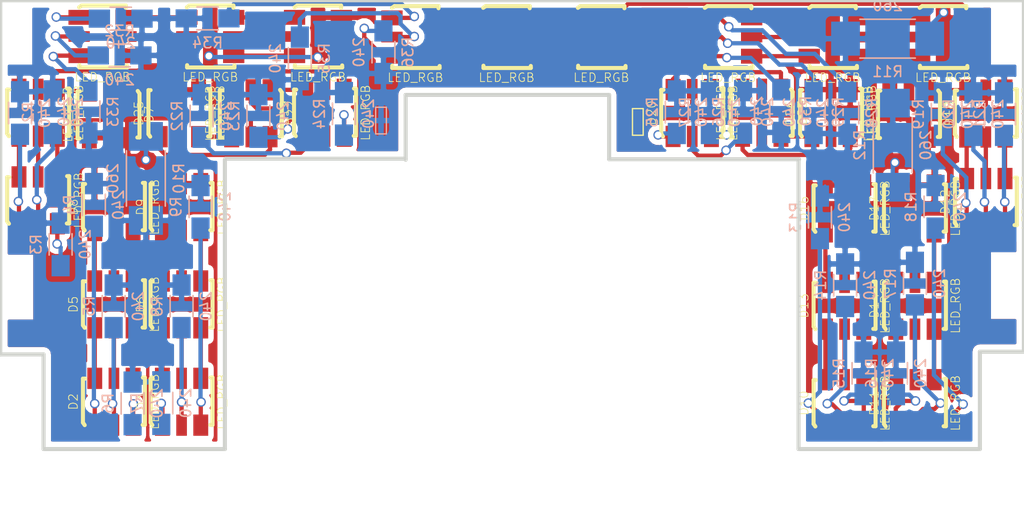
<source format=kicad_pcb>
(kicad_pcb (version 4) (host pcbnew 0.201412291931+5341~20~ubuntu14.04.1-product)
  (title_block (date "2 feb 2014"))
  (layers (0 Front signal) (31 Back signal) (34 B.Paste user hide) (35 F.Paste user hide) (36 B.SilkS user hide) (37 F.SilkS user hide) (38 B.Mask user hide) (39 F.Mask user hide) (44 Edge.Cuts user hide))
  (net 0 "")
  (net 1 "Net-(P1-Pad1)")
  (net 2 "Net-(D1-PadRA)")
  (net 3 "Net-(D1-PadGA)")
  (net 4 "Net-(D1-PadBA)")
  (net 5 "Net-(D2-PadRA)")
  (net 6 "Net-(D2-PadGA)")
  (net 7 "Net-(D2-PadBA)")
  (net 8 "Net-(D3-PadRA)")
  (net 9 "Net-(D3-PadGA)")
  (net 10 "Net-(D3-PadBA)")
  (net 11 "Net-(D1-PadBC)")
  (net 12 "Net-(D1-PadGC)")
  (net 13 "Net-(D1-PadRC)")
  (net 14 "Net-(D2-PadBC)")
  (net 15 "Net-(D2-PadGC)")
  (net 16 "Net-(D2-PadRC)")
  (net 17 "Net-(D3-PadBC)")
  (net 18 "Net-(D3-PadGC)")
  (net 19 "Net-(D3-PadRC)")
  (net 20 "Net-(D4-PadBC)")
  (net 21 "Net-(D4-PadGC)")
  (net 22 "Net-(D4-PadRC)")
  (net 23 "Net-(D5-PadBC)")
  (net 24 "Net-(D5-PadGC)")
  (net 25 "Net-(D5-PadRC)")
  (net 26 "Net-(D6-PadBC)")
  (net 27 "Net-(D6-PadGC)")
  (net 28 "Net-(D6-PadRC)")
  (net 29 "Net-(D16-PadBC)")
  (net 30 "Net-(D10-PadBC)")
  (net 31 "Net-(D10-PadGC)")
  (net 32 "Net-(D10-PadRC)")
  (net 33 "Net-(D10-PadRA)")
  (net 34 "Net-(D10-PadGA)")
  (net 35 "Net-(D10-PadBA)")
  (net 36 "Net-(D11-PadBC)")
  (net 37 "Net-(D11-PadGC)")
  (net 38 "Net-(D11-PadRC)")
  (net 39 "Net-(D11-PadRA)")
  (net 40 "Net-(D11-PadGA)")
  (net 41 "Net-(D11-PadBA)")
  (net 42 "Net-(D12-PadBC)")
  (net 43 "Net-(D12-PadGC)")
  (net 44 "Net-(D12-PadRC)")
  (net 45 "Net-(D12-PadRA)")
  (net 46 "Net-(D12-PadGA)")
  (net 47 "Net-(D12-PadBA)")
  (net 48 "Net-(D13-PadBC)")
  (net 49 "Net-(D13-PadGC)")
  (net 50 "Net-(D13-PadRC)")
  (net 51 "Net-(D14-PadBC)")
  (net 52 "Net-(D14-PadGC)")
  (net 53 "Net-(D14-PadRC)")
  (net 54 "Net-(D15-PadBC)")
  (net 55 "Net-(D15-PadGC)")
  (net 56 "Net-(D15-PadRC)")
  (net 57 "Net-(D19-PadBC)")
  (net 58 "Net-(D19-PadGC)")
  (net 59 "Net-(D19-PadRC)")
  (net 60 "Net-(D19-PadRA)")
  (net 61 "Net-(D19-PadGA)")
  (net 62 "Net-(D19-PadBA)")
  (net 63 "Net-(D20-PadBC)")
  (net 64 "Net-(D20-PadGC)")
  (net 65 "Net-(D20-PadRC)")
  (net 66 "Net-(D20-PadRA)")
  (net 67 "Net-(D20-PadGA)")
  (net 68 "Net-(D20-PadBA)")
  (net 69 "Net-(D21-PadBC)")
  (net 70 "Net-(D21-PadGC)")
  (net 71 "Net-(D21-PadRC)")
  (net 72 "Net-(D21-PadRA)")
  (net 73 "Net-(D21-PadGA)")
  (net 74 "Net-(D21-PadBA)")
  (net 75 "Net-(D22-PadBC)")
  (net 76 "Net-(D22-PadGC)")
  (net 77 "Net-(D22-PadRC)")
  (net 78 "Net-(D23-PadBC)")
  (net 79 "Net-(D23-PadGC)")
  (net 80 "Net-(D23-PadRC)")
  (net 81 "Net-(D24-PadBC)")
  (net 82 "Net-(D24-PadGC)")
  (net 83 "Net-(D24-PadRC)")
  (net 84 "Net-(D28-PadBC)")
  (net 85 "Net-(D28-PadGC)")
  (net 86 "Net-(D28-PadRC)")
  (net 87 "Net-(D28-PadRA)")
  (net 88 "Net-(D28-PadGA)")
  (net 89 "Net-(D28-PadBA)")
  (net 90 "Net-(D29-PadBC)")
  (net 91 "Net-(D29-PadGC)")
  (net 92 "Net-(D29-PadRC)")
  (net 93 "Net-(D29-PadRA)")
  (net 94 "Net-(D29-PadGA)")
  (net 95 "Net-(D29-PadBA)")
  (net 96 "Net-(D31-PadBC)")
  (net 97 "Net-(D31-PadGC)")
  (net 98 "Net-(D31-PadRC)")
  (net 99 "Net-(D32-PadBC)")
  (net 100 "Net-(D32-PadGC)")
  (net 101 "Net-(D32-PadRC)")
  (module pads.mod:PAD_R_2mm (layer Back) (at 162.7378 79.121 90)
    (fp_text reference P1)
    (fp_text value CONN_01X02 hide)
    (pad 1 smd oval (at 0 0 90) (size 1.99644 0.49784) (layers Back B.Mask) (net 1 "Net-(P1-Pad1)"))
  )
  (module pads.mod:PAD_R_2mm (layer Front) (at 186.8424 79.248 90)
    (fp_text reference P2)
    (fp_text value CONN_01X02 hide)
    (pad 1 smd oval (at 0 0 90) (size 1.99644 0.49784) (layers Front F.Mask) (net 29 "Net-(D16-PadBC)"))
  )
  (module Resistors_SMD:R_1206_HandSoldering (layer Back) (at 128.8542 78.4098 90)
    (fp_text reference R1 (at 0 -2.3 90) (layer B.SilkS) (effects (justify mirror)))
    (fp_text value 240 (at 0 2.3 90) (layer B.SilkS) (effects (justify mirror)))
    (pad 1 smd rect (at -2 0 90) (size 2 1.7) (layers Back B.Paste B.Mask) (net 2 "Net-(D1-PadRA)"))
    (pad 2 smd rect (at 2 0 90) (size 2 1.7) (layers Back B.Paste B.Mask) (net 1 "Net-(P1-Pad1)"))
  )
  (module Resistors_SMD:R_1206_HandSoldering (layer Back) (at 131.9276 78.3336 90)
    (fp_text reference R2 (at 0 -2.3 90) (layer B.SilkS) (effects (justify mirror)))
    (fp_text value 240 (at 0 2.3 90) (layer B.SilkS) (effects (justify mirror)))
    (pad 1 smd rect (at -2 0 90) (size 2 1.7) (layers Back B.Paste B.Mask) (net 3 "Net-(D1-PadGA)"))
    (pad 2 smd rect (at 2 0 90) (size 2 1.7) (layers Back B.Paste B.Mask) (net 1 "Net-(P1-Pad1)"))
  )
  (module Resistors_SMD:R_1206_HandSoldering (layer Back) (at 132.6642 90.7542 90)
    (fp_text reference R3 (at 0 -2.3 90) (layer B.SilkS) (effects (justify mirror)))
    (fp_text value 240 (at 0 2.3 90) (layer B.SilkS) (effects (justify mirror)))
    (pad 1 smd rect (at -2 0 90) (size 2 1.7) (layers Back B.Paste B.Mask) (net 4 "Net-(D1-PadBA)"))
    (pad 2 smd rect (at 2 0 90) (size 2 1.7) (layers Back B.Paste B.Mask) (net 1 "Net-(P1-Pad1)"))
  )
  (module Resistors_SMD:R_1206_HandSoldering (layer Back) (at 135.7884 87.0458 90)
    (fp_text reference R4 (at 0 -2.3 90) (layer B.SilkS) (effects (justify mirror)))
    (fp_text value 240 (at 0 2.3 90) (layer B.SilkS) (effects (justify mirror)))
    (pad 1 smd rect (at -2 0 90) (size 2 1.7) (layers Back B.Paste B.Mask) (net 5 "Net-(D2-PadRA)"))
    (pad 2 smd rect (at 2 0 90) (size 2 1.7) (layers Back B.Paste B.Mask) (net 1 "Net-(P1-Pad1)"))
  )
  (module Resistors_SMD:R_1206_HandSoldering (layer Back) (at 137.6426 96.5708 90)
    (fp_text reference R5 (at 0 -2.3 90) (layer B.SilkS) (effects (justify mirror)))
    (fp_text value 240 (at 0 2.3 90) (layer B.SilkS) (effects (justify mirror)))
    (pad 1 smd rect (at -2 0 90) (size 2 1.7) (layers Back B.Paste B.Mask) (net 6 "Net-(D2-PadGA)"))
    (pad 2 smd rect (at 2 0 90) (size 2 1.7) (layers Back B.Paste B.Mask) (net 1 "Net-(P1-Pad1)"))
  )
  (module Resistors_SMD:R_1206_HandSoldering (layer Back) (at 139.4206 105.6894 90)
    (fp_text reference R6 (at 0 -2.3 90) (layer B.SilkS) (effects (justify mirror)))
    (fp_text value 240 (at 0 2.3 90) (layer B.SilkS) (effects (justify mirror)))
    (pad 1 smd rect (at -2 0 90) (size 2 1.7) (layers Back B.Paste B.Mask) (net 7 "Net-(D2-PadBA)"))
    (pad 2 smd rect (at 2 0 90) (size 2 1.7) (layers Back B.Paste B.Mask) (net 1 "Net-(P1-Pad1)"))
  )
  (module Resistors_SMD:R_1206_HandSoldering (layer Back) (at 142.113 105.664 90)
    (fp_text reference R7 (at 0 -2.3 90) (layer B.SilkS) (effects (justify mirror)))
    (fp_text value 240 (at 0 2.3 90) (layer B.SilkS) (effects (justify mirror)))
    (pad 1 smd rect (at -2 0 90) (size 2 1.7) (layers Back B.Paste B.Mask) (net 8 "Net-(D3-PadRA)"))
    (pad 2 smd rect (at 2 0 90) (size 2 1.7) (layers Back B.Paste B.Mask) (net 1 "Net-(P1-Pad1)"))
  )
  (module Resistors_SMD:R_1206_HandSoldering (layer Back) (at 144.018 96.5708 90)
    (fp_text reference R8 (at 0 -2.3 90) (layer B.SilkS) (effects (justify mirror)))
    (fp_text value 240 (at 0 2.3 90) (layer B.SilkS) (effects (justify mirror)))
    (pad 1 smd rect (at -2 0 90) (size 2 1.7) (layers Back B.Paste B.Mask) (net 9 "Net-(D3-PadGA)"))
    (pad 2 smd rect (at 2 0 90) (size 2 1.7) (layers Back B.Paste B.Mask) (net 1 "Net-(P1-Pad1)"))
  )
  (module Resistors_SMD:R_1206_HandSoldering (layer Back) (at 145.796 87.2236 90)
    (fp_text reference R9 (at 0 -2.3 90) (layer B.SilkS) (effects (justify mirror)))
    (fp_text value 240 (at 0 2.3 90) (layer B.SilkS) (effects (justify mirror)))
    (pad 1 smd rect (at -2 0 90) (size 2 1.7) (layers Back B.Paste B.Mask) (net 10 "Net-(D3-PadBA)"))
    (pad 2 smd rect (at 2 0 90) (size 2 1.7) (layers Back B.Paste B.Mask) (net 1 "Net-(P1-Pad1)"))
  )
  (module Resistors_SMD:R_2512_HandSoldering (layer Back) (at 140.6652 84.5566 270)
    (fp_text reference R10 (at 0 -3.1 270) (layer B.SilkS) (effects (justify mirror)))
    (fp_text value 260 (at 0 3.1 270) (layer B.SilkS) (effects (justify mirror)))
    (pad 1 smd rect (at -3.95 0 270) (size 2.7 3.2) (layers Back B.Paste B.Mask) (net 29 "Net-(D16-PadBC)"))
    (pad 2 smd rect (at 3.95 0 270) (size 2.7 3.2) (layers Back B.Paste B.Mask) (net 1 "Net-(P1-Pad1)"))
  )
  (module Resistors_SMD:R_2512_HandSoldering (layer Back) (at 210.2866 71.4248 180)
    (fp_text reference R11 (at 0 -3.1 180) (layer B.SilkS) (effects (justify mirror)))
    (fp_text value 260 (at 0 3.1 180) (layer B.SilkS) (effects (justify mirror)))
    (pad 1 smd rect (at -3.95 0 180) (size 2.7 3.2) (layers Back B.Paste B.Mask) (net 29 "Net-(D16-PadBC)"))
    (pad 2 smd rect (at 3.95 0 180) (size 2.7 3.2) (layers Back B.Paste B.Mask) (net 1 "Net-(P1-Pad1)"))
  )
  (module Resistors_SMD:R_2512_HandSoldering (layer Back) (at 210.7692 81.4324 90)
    (fp_text reference R12 (at 0 -3.1 90) (layer B.SilkS) (effects (justify mirror)))
    (fp_text value 260 (at 0 3.1 90) (layer B.SilkS) (effects (justify mirror)))
    (pad 1 smd rect (at -3.95 0 90) (size 2.7 3.2) (layers Back B.Paste B.Mask) (net 29 "Net-(D16-PadBC)"))
    (pad 2 smd rect (at 3.95 0 90) (size 2.7 3.2) (layers Back B.Paste B.Mask) (net 1 "Net-(P1-Pad1)"))
  )
  (module Resistors_SMD:R_1206_HandSoldering (layer Back) (at 203.9366 88.2142 90)
    (fp_text reference R13 (at 0 -2.3 90) (layer B.SilkS) (effects (justify mirror)))
    (fp_text value 240 (at 0 2.3 90) (layer B.SilkS) (effects (justify mirror)))
    (pad 1 smd rect (at -2 0 90) (size 2 1.7) (layers Back B.Paste B.Mask) (net 33 "Net-(D10-PadRA)"))
    (pad 2 smd rect (at 2 0 90) (size 2 1.7) (layers Back B.Paste B.Mask) (net 1 "Net-(P1-Pad1)"))
  )
  (module Resistors_SMD:R_1206_HandSoldering (layer Back) (at 206.2988 94.5896 90)
    (fp_text reference R14 (at 0 -2.3 90) (layer B.SilkS) (effects (justify mirror)))
    (fp_text value 240 (at 0 2.3 90) (layer B.SilkS) (effects (justify mirror)))
    (pad 1 smd rect (at -2 0 90) (size 2 1.7) (layers Back B.Paste B.Mask) (net 34 "Net-(D10-PadGA)"))
    (pad 2 smd rect (at 2 0 90) (size 2 1.7) (layers Back B.Paste B.Mask) (net 1 "Net-(P1-Pad1)"))
  )
  (module Resistors_SMD:R_1206_HandSoldering (layer Back) (at 208.026 102.87 90)
    (fp_text reference R15 (at 0 -2.3 90) (layer B.SilkS) (effects (justify mirror)))
    (fp_text value 240 (at 0 2.3 90) (layer B.SilkS) (effects (justify mirror)))
    (pad 1 smd rect (at -2 0 90) (size 2 1.7) (layers Back B.Paste B.Mask) (net 35 "Net-(D10-PadBA)"))
    (pad 2 smd rect (at 2 0 90) (size 2 1.7) (layers Back B.Paste B.Mask) (net 1 "Net-(P1-Pad1)"))
  )
  (module Resistors_SMD:R_1206_HandSoldering (layer Back) (at 211.074 102.87 90)
    (fp_text reference R16 (at 0 -2.3 90) (layer B.SilkS) (effects (justify mirror)))
    (fp_text value 240 (at 0 2.3 90) (layer B.SilkS) (effects (justify mirror)))
    (pad 1 smd rect (at -2 0 90) (size 2 1.7) (layers Back B.Paste B.Mask) (net 39 "Net-(D11-PadRA)"))
    (pad 2 smd rect (at 2 0 90) (size 2 1.7) (layers Back B.Paste B.Mask) (net 1 "Net-(P1-Pad1)"))
  )
  (module Resistors_SMD:R_1206_HandSoldering (layer Back) (at 212.852 94.4372 90)
    (fp_text reference R17 (at 0 -2.3 90) (layer B.SilkS) (effects (justify mirror)))
    (fp_text value 240 (at 0 2.3 90) (layer B.SilkS) (effects (justify mirror)))
    (pad 1 smd rect (at -2 0 90) (size 2 1.7) (layers Back B.Paste B.Mask) (net 40 "Net-(D11-PadGA)"))
    (pad 2 smd rect (at 2 0 90) (size 2 1.7) (layers Back B.Paste B.Mask) (net 1 "Net-(P1-Pad1)"))
  )
  (module Resistors_SMD:R_1206_HandSoldering (layer Back) (at 214.7824 87.2236 90)
    (fp_text reference R18 (at 0 -2.3 90) (layer B.SilkS) (effects (justify mirror)))
    (fp_text value 240 (at 0 2.3 90) (layer B.SilkS) (effects (justify mirror)))
    (pad 1 smd rect (at -2 0 90) (size 2 1.7) (layers Back B.Paste B.Mask) (net 41 "Net-(D11-PadBA)"))
    (pad 2 smd rect (at 2 0 90) (size 2 1.7) (layers Back B.Paste B.Mask) (net 1 "Net-(P1-Pad1)"))
  )
  (module Resistors_SMD:R_1206_HandSoldering (layer Back) (at 215.4682 78.5114 90)
    (fp_text reference R19 (at 0 -2.3 90) (layer B.SilkS) (effects (justify mirror)))
    (fp_text value 240 (at 0 2.3 90) (layer B.SilkS) (effects (justify mirror)))
    (pad 1 smd rect (at -2 0 90) (size 2 1.7) (layers Back B.Paste B.Mask) (net 45 "Net-(D12-PadRA)"))
    (pad 2 smd rect (at 2 0 90) (size 2 1.7) (layers Back B.Paste B.Mask) (net 1 "Net-(P1-Pad1)"))
  )
  (module Resistors_SMD:R_1206_HandSoldering (layer Back) (at 218.3384 78.5114 90)
    (fp_text reference R20 (at 0 -2.3 90) (layer B.SilkS) (effects (justify mirror)))
    (fp_text value 240 (at 0 2.3 90) (layer B.SilkS) (effects (justify mirror)))
    (pad 1 smd rect (at -2 0 90) (size 2 1.7) (layers Back B.Paste B.Mask) (net 46 "Net-(D12-PadGA)"))
    (pad 2 smd rect (at 2 0 90) (size 2 1.7) (layers Back B.Paste B.Mask) (net 1 "Net-(P1-Pad1)"))
  )
  (module Resistors_SMD:R_1206_HandSoldering (layer Back) (at 221.2086 78.5114 90)
    (fp_text reference R21 (at 0 -2.3 90) (layer B.SilkS) (effects (justify mirror)))
    (fp_text value 240 (at 0 2.3 90) (layer B.SilkS) (effects (justify mirror)))
    (pad 1 smd rect (at -2 0 90) (size 2 1.7) (layers Back B.Paste B.Mask) (net 47 "Net-(D12-PadBA)"))
    (pad 2 smd rect (at 2 0 90) (size 2 1.7) (layers Back B.Paste B.Mask) (net 1 "Net-(P1-Pad1)"))
  )
  (module Resistors_SMD:R_1206_HandSoldering (layer Back) (at 145.8976 78.6892 90)
    (fp_text reference R22 (at 0 -2.3 90) (layer B.SilkS) (effects (justify mirror)))
    (fp_text value 240 (at 0 2.3 90) (layer B.SilkS) (effects (justify mirror)))
    (pad 1 smd rect (at -2 0 90) (size 2 1.7) (layers Back B.Paste B.Mask) (net 60 "Net-(D19-PadRA)"))
    (pad 2 smd rect (at 2 0 90) (size 2 1.7) (layers Back B.Paste B.Mask) (net 1 "Net-(P1-Pad1)"))
  )
  (module Resistors_SMD:R_1206_HandSoldering (layer Back) (at 151.2316 78.6892 90)
    (fp_text reference R23 (at 0 -2.3 90) (layer B.SilkS) (effects (justify mirror)))
    (fp_text value 240 (at 0 2.3 90) (layer B.SilkS) (effects (justify mirror)))
    (pad 1 smd rect (at -2 0 90) (size 2 1.7) (layers Back B.Paste B.Mask) (net 61 "Net-(D19-PadGA)"))
    (pad 2 smd rect (at 2 0 90) (size 2 1.7) (layers Back B.Paste B.Mask) (net 1 "Net-(P1-Pad1)"))
  )
  (module Resistors_SMD:R_1206_HandSoldering (layer Back) (at 159.258 78.486 90)
    (fp_text reference R24 (at 0 -2.3 90) (layer B.SilkS) (effects (justify mirror)))
    (fp_text value 240 (at 0 2.3 90) (layer B.SilkS) (effects (justify mirror)))
    (pad 1 smd rect (at -2 0 90) (size 2 1.7) (layers Back B.Paste B.Mask) (net 62 "Net-(D19-PadBA)"))
    (pad 2 smd rect (at 2 0 90) (size 2 1.7) (layers Back B.Paste B.Mask) (net 1 "Net-(P1-Pad1)"))
  )
  (module Resistors_SMD:R_1206_HandSoldering (layer Back) (at 190.5 78.3336 90)
    (fp_text reference R25 (at 0 -2.3 90) (layer B.SilkS) (effects (justify mirror)))
    (fp_text value 240 (at 0 2.3 90) (layer B.SilkS) (effects (justify mirror)))
    (pad 1 smd rect (at -2 0 90) (size 2 1.7) (layers Back B.Paste B.Mask) (net 66 "Net-(D20-PadRA)"))
    (pad 2 smd rect (at 2 0 90) (size 2 1.7) (layers Back B.Paste B.Mask) (net 1 "Net-(P1-Pad1)"))
  )
  (module Resistors_SMD:R_1206_HandSoldering (layer Back) (at 196.723 78.3082 90)
    (fp_text reference R26 (at 0 -2.3 90) (layer B.SilkS) (effects (justify mirror)))
    (fp_text value 240 (at 0 2.3 90) (layer B.SilkS) (effects (justify mirror)))
    (pad 1 smd rect (at -2 0 90) (size 2 1.7) (layers Back B.Paste B.Mask) (net 67 "Net-(D20-PadGA)"))
    (pad 2 smd rect (at 2 0 90) (size 2 1.7) (layers Back B.Paste B.Mask) (net 1 "Net-(P1-Pad1)"))
  )
  (module Resistors_SMD:R_1206_HandSoldering (layer Back) (at 193.5988 78.3336 90)
    (fp_text reference R27 (at 0 -2.3 90) (layer B.SilkS) (effects (justify mirror)))
    (fp_text value 240 (at 0 2.3 90) (layer B.SilkS) (effects (justify mirror)))
    (pad 1 smd rect (at -2 0 90) (size 2 1.7) (layers Back B.Paste B.Mask) (net 68 "Net-(D20-PadBA)"))
    (pad 2 smd rect (at 2 0 90) (size 2 1.7) (layers Back B.Paste B.Mask) (net 1 "Net-(P1-Pad1)"))
  )
  (module Resistors_SMD:R_1206_HandSoldering (layer Back) (at 206.502 78.4098 270)
    (fp_text reference R28 (at 0 -2.3 270) (layer B.SilkS) (effects (justify mirror)))
    (fp_text value 240 (at 0 2.3 270) (layer B.SilkS) (effects (justify mirror)))
    (pad 1 smd rect (at -2 0 270) (size 2 1.7) (layers Back B.Paste B.Mask) (net 72 "Net-(D21-PadRA)"))
    (pad 2 smd rect (at 2 0 270) (size 2 1.7) (layers Back B.Paste B.Mask) (net 1 "Net-(P1-Pad1)"))
  )
  (module Resistors_SMD:R_1206_HandSoldering (layer Back) (at 203.3524 78.3336 270)
    (fp_text reference R29 (at 0 -2.3 270) (layer B.SilkS) (effects (justify mirror)))
    (fp_text value 240 (at 0 2.3 270) (layer B.SilkS) (effects (justify mirror)))
    (pad 1 smd rect (at -2 0 270) (size 2 1.7) (layers Back B.Paste B.Mask) (net 73 "Net-(D21-PadGA)"))
    (pad 2 smd rect (at 2 0 270) (size 2 1.7) (layers Back B.Paste B.Mask) (net 1 "Net-(P1-Pad1)"))
  )
  (module Resistors_SMD:R_1206_HandSoldering (layer Back) (at 200.3044 78.232 270)
    (fp_text reference R30 (at 0 -2.3 270) (layer B.SilkS) (effects (justify mirror)))
    (fp_text value 240 (at 0 2.3 270) (layer B.SilkS) (effects (justify mirror)))
    (pad 1 smd rect (at -2 0 270) (size 2 1.7) (layers Back B.Paste B.Mask) (net 74 "Net-(D21-PadBA)"))
    (pad 2 smd rect (at 2 0 270) (size 2 1.7) (layers Back B.Paste B.Mask) (net 1 "Net-(P1-Pad1)"))
  )
  (module Resistors_SMD:R_1206_HandSoldering (layer Back) (at 138.303 69.5452)
    (fp_text reference R31 (at 0 -2.3) (layer B.SilkS) (effects (justify mirror)))
    (fp_text value 240 (at 0 2.3) (layer B.SilkS) (effects (justify mirror)))
    (pad 1 smd rect (at -2 0) (size 2 1.7) (layers Back B.Paste B.Mask) (net 87 "Net-(D28-PadRA)"))
    (pad 2 smd rect (at 2 0) (size 2 1.7) (layers Back B.Paste B.Mask) (net 1 "Net-(P1-Pad1)"))
  )
  (module Resistors_SMD:R_1206_HandSoldering (layer Back) (at 138.2014 72.9996)
    (fp_text reference R32 (at 0 -2.3) (layer B.SilkS) (effects (justify mirror)))
    (fp_text value 240 (at 0 2.3) (layer B.SilkS) (effects (justify mirror)))
    (pad 1 smd rect (at -2 0) (size 2 1.7) (layers Back B.Paste B.Mask) (net 88 "Net-(D28-PadGA)"))
    (pad 2 smd rect (at 2 0) (size 2 1.7) (layers Back B.Paste B.Mask) (net 1 "Net-(P1-Pad1)"))
  )
  (module Resistors_SMD:R_1206_HandSoldering (layer Back) (at 135.2804 78.2828 270)
    (fp_text reference R33 (at 0 -2.3 270) (layer B.SilkS) (effects (justify mirror)))
    (fp_text value 240 (at 0 2.3 270) (layer B.SilkS) (effects (justify mirror)))
    (pad 1 smd rect (at -2 0 270) (size 2 1.7) (layers Back B.Paste B.Mask) (net 89 "Net-(D28-PadBA)"))
    (pad 2 smd rect (at 2 0 270) (size 2 1.7) (layers Back B.Paste B.Mask) (net 1 "Net-(P1-Pad1)"))
  )
  (module Resistors_SMD:R_1206_HandSoldering (layer Back) (at 146.4564 69.5198 180)
    (fp_text reference R34 (at 0 -2.3 180) (layer B.SilkS) (effects (justify mirror)))
    (fp_text value 240 (at 0 2.3 180) (layer B.SilkS) (effects (justify mirror)))
    (pad 1 smd rect (at -2 0 180) (size 2 1.7) (layers Back B.Paste B.Mask) (net 93 "Net-(D29-PadRA)"))
    (pad 2 smd rect (at 2 0 180) (size 2 1.7) (layers Back B.Paste B.Mask) (net 1 "Net-(P1-Pad1)"))
  )
  (module Resistors_SMD:R_1206_HandSoldering (layer Back) (at 155.1178 73.279 270)
    (fp_text reference R35 (at 0 -2.3 270) (layer B.SilkS) (effects (justify mirror)))
    (fp_text value 240 (at 0 2.3 270) (layer B.SilkS) (effects (justify mirror)))
    (pad 1 smd rect (at -2 0 270) (size 2 1.7) (layers Back B.Paste B.Mask) (net 94 "Net-(D29-PadGA)"))
    (pad 2 smd rect (at 2 0 270) (size 2 1.7) (layers Back B.Paste B.Mask) (net 1 "Net-(P1-Pad1)"))
  )
  (module Resistors_SMD:R_1206_HandSoldering (layer Back) (at 162.9664 72.6948 270)
    (fp_text reference R36 (at 0 -2.3 270) (layer B.SilkS) (effects (justify mirror)))
    (fp_text value 240 (at 0 2.3 270) (layer B.SilkS) (effects (justify mirror)))
    (pad 1 smd rect (at -2 0 270) (size 2 1.7) (layers Back B.Paste B.Mask) (net 95 "Net-(D29-PadBA)"))
    (pad 2 smd rect (at 2 0 270) (size 2 1.7) (layers Back B.Paste B.Mask) (net 1 "Net-(P1-Pad1)"))
  )
  (module my_modules:5050_LED (layer Front) (at 183.4134 71.2724)
    (fp_text reference D35 (at 0 -3.81) (layer F.SilkS) (effects (font (size 0.8128 0.8128) (thickness 0.0762))))
    (fp_text value LED_RGB (at 0 3.81) (layer F.SilkS) (effects (font (size 0.8128 0.8128) (thickness 0.0762))))
    (pad BC smd rect (at 2.2 1.8) (size 2 1.4) (layers Front F.Paste F.Mask) (net 29 "Net-(D16-PadBC)"))
    (pad GC smd rect (at 2.2 0) (size 2 1) (layers Front F.Paste F.Mask) (net 29 "Net-(D16-PadBC)"))
    (pad RC smd rect (at 2.2 -1.8) (size 2 1.4) (layers Front F.Paste F.Mask) (net 29 "Net-(D16-PadBC)"))
    (pad RA smd rect (at -2.2 -1.8) (size 2 1.4) (layers Front F.Paste F.Mask) (net 101 "Net-(D32-PadRC)"))
    (pad GA smd rect (at -2.2 0) (size 2 1) (layers Front F.Paste F.Mask) (net 100 "Net-(D32-PadGC)"))
    (pad BA smd rect (at -2.2 1.8) (size 2 1.4) (layers Front F.Paste F.Mask) (net 99 "Net-(D32-PadBC)"))
  )
  (module my_modules:5050_LED (layer Front) (at 156.8196 71.2216)
    (fp_text reference D34 (at 0 -3.81) (layer F.SilkS) (effects (font (size 0.8128 0.8128) (thickness 0.0762))))
    (fp_text value LED_RGB (at 0 3.81) (layer F.SilkS) (effects (font (size 0.8128 0.8128) (thickness 0.0762))))
    (pad BC smd rect (at 2.2 1.8) (size 2 1.4) (layers Front F.Paste F.Mask) (net 29 "Net-(D16-PadBC)"))
    (pad GC smd rect (at 2.2 0) (size 2 1) (layers Front F.Paste F.Mask) (net 29 "Net-(D16-PadBC)"))
    (pad RC smd rect (at 2.2 -1.8) (size 2 1.4) (layers Front F.Paste F.Mask) (net 29 "Net-(D16-PadBC)"))
    (pad RA smd rect (at -2.2 -1.8) (size 2 1.4) (layers Front F.Paste F.Mask) (net 98 "Net-(D31-PadRC)"))
    (pad GA smd rect (at -2.2 0) (size 2 1) (layers Front F.Paste F.Mask) (net 97 "Net-(D31-PadGC)"))
    (pad BA smd rect (at -2.2 1.8) (size 2 1.4) (layers Front F.Paste F.Mask) (net 96 "Net-(D31-PadBC)"))
  )
  (module my_modules:5050_LED (layer Front) (at 174.5234 71.2724)
    (fp_text reference D32 (at 0 -3.81) (layer F.SilkS) (effects (font (size 0.8128 0.8128) (thickness 0.0762))))
    (fp_text value LED_RGB (at 0 3.81) (layer F.SilkS) (effects (font (size 0.8128 0.8128) (thickness 0.0762))))
    (pad BC smd rect (at 2.2 1.8) (size 2 1.4) (layers Front F.Paste F.Mask) (net 99 "Net-(D32-PadBC)"))
    (pad GC smd rect (at 2.2 0) (size 2 1) (layers Front F.Paste F.Mask) (net 100 "Net-(D32-PadGC)"))
    (pad RC smd rect (at 2.2 -1.8) (size 2 1.4) (layers Front F.Paste F.Mask) (net 101 "Net-(D32-PadRC)"))
    (pad RA smd rect (at -2.2 -1.8) (size 2 1.4) (layers Front F.Paste F.Mask) (net 92 "Net-(D29-PadRC)"))
    (pad GA smd rect (at -2.2 0) (size 2 1) (layers Front F.Paste F.Mask) (net 91 "Net-(D29-PadGC)"))
    (pad BA smd rect (at -2.2 1.8) (size 2 1.4) (layers Front F.Paste F.Mask) (net 90 "Net-(D29-PadBC)"))
  )
  (module my_modules:5050_LED (layer Front) (at 146.7104 71.2216)
    (fp_text reference D31 (at 0 -3.81) (layer F.SilkS) (effects (font (size 0.8128 0.8128) (thickness 0.0762))))
    (fp_text value LED_RGB (at 0 3.81) (layer F.SilkS) (effects (font (size 0.8128 0.8128) (thickness 0.0762))))
    (pad BC smd rect (at 2.2 1.8) (size 2 1.4) (layers Front F.Paste F.Mask) (net 96 "Net-(D31-PadBC)"))
    (pad GC smd rect (at 2.2 0) (size 2 1) (layers Front F.Paste F.Mask) (net 97 "Net-(D31-PadGC)"))
    (pad RC smd rect (at 2.2 -1.8) (size 2 1.4) (layers Front F.Paste F.Mask) (net 98 "Net-(D31-PadRC)"))
    (pad RA smd rect (at -2.2 -1.8) (size 2 1.4) (layers Front F.Paste F.Mask) (net 86 "Net-(D28-PadRC)"))
    (pad GA smd rect (at -2.2 0) (size 2 1) (layers Front F.Paste F.Mask) (net 85 "Net-(D28-PadGC)"))
    (pad BA smd rect (at -2.2 1.8) (size 2 1.4) (layers Front F.Paste F.Mask) (net 84 "Net-(D28-PadBC)"))
  )
  (module my_modules:5050_LED (layer Front) (at 165.9636 71.2724)
    (fp_text reference D29 (at 0 -3.81) (layer F.SilkS) (effects (font (size 0.8128 0.8128) (thickness 0.0762))))
    (fp_text value LED_RGB (at 0 3.81) (layer F.SilkS) (effects (font (size 0.8128 0.8128) (thickness 0.0762))))
    (pad BC smd rect (at 2.2 1.8) (size 2 1.4) (layers Front F.Paste F.Mask) (net 90 "Net-(D29-PadBC)"))
    (pad GC smd rect (at 2.2 0) (size 2 1) (layers Front F.Paste F.Mask) (net 91 "Net-(D29-PadGC)"))
    (pad RC smd rect (at 2.2 -1.8) (size 2 1.4) (layers Front F.Paste F.Mask) (net 92 "Net-(D29-PadRC)"))
    (pad RA smd rect (at -2.2 -1.8) (size 2 1.4) (layers Front F.Paste F.Mask) (net 93 "Net-(D29-PadRA)"))
    (pad GA smd rect (at -2.2 0) (size 2 1) (layers Front F.Paste F.Mask) (net 94 "Net-(D29-PadGA)"))
    (pad BA smd rect (at -2.2 1.8) (size 2 1.4) (layers Front F.Paste F.Mask) (net 95 "Net-(D29-PadBA)"))
  )
  (module my_modules:5050_LED (layer Front) (at 136.6012 71.2216)
    (fp_text reference D28 (at 0 -3.81) (layer F.SilkS) (effects (font (size 0.8128 0.8128) (thickness 0.0762))))
    (fp_text value LED_RGB (at 0 3.81) (layer F.SilkS) (effects (font (size 0.8128 0.8128) (thickness 0.0762))))
    (pad BC smd rect (at 2.2 1.8) (size 2 1.4) (layers Front F.Paste F.Mask) (net 84 "Net-(D28-PadBC)"))
    (pad GC smd rect (at 2.2 0) (size 2 1) (layers Front F.Paste F.Mask) (net 85 "Net-(D28-PadGC)"))
    (pad RC smd rect (at 2.2 -1.8) (size 2 1.4) (layers Front F.Paste F.Mask) (net 86 "Net-(D28-PadRC)"))
    (pad RA smd rect (at -2.2 -1.8) (size 2 1.4) (layers Front F.Paste F.Mask) (net 87 "Net-(D28-PadRA)"))
    (pad GA smd rect (at -2.2 0) (size 2 1) (layers Front F.Paste F.Mask) (net 88 "Net-(D28-PadGA)"))
    (pad BA smd rect (at -2.2 1.8) (size 2 1.4) (layers Front F.Paste F.Mask) (net 89 "Net-(D28-PadBA)"))
  )
  (module my_modules:5050_LED (layer Front) (at 215.4936 71.2724)
    (fp_text reference D27 (at 0 -3.81) (layer F.SilkS) (effects (font (size 0.8128 0.8128) (thickness 0.0762))))
    (fp_text value LED_RGB (at 0 3.81) (layer F.SilkS) (effects (font (size 0.8128 0.8128) (thickness 0.0762))))
    (pad BC smd rect (at 2.2 1.8) (size 2 1.4) (layers Front F.Paste F.Mask) (net 29 "Net-(D16-PadBC)"))
    (pad GC smd rect (at 2.2 0) (size 2 1) (layers Front F.Paste F.Mask) (net 29 "Net-(D16-PadBC)"))
    (pad RC smd rect (at 2.2 -1.8) (size 2 1.4) (layers Front F.Paste F.Mask) (net 29 "Net-(D16-PadBC)"))
    (pad RA smd rect (at -2.2 -1.8) (size 2 1.4) (layers Front F.Paste F.Mask) (net 83 "Net-(D24-PadRC)"))
    (pad GA smd rect (at -2.2 0) (size 2 1) (layers Front F.Paste F.Mask) (net 82 "Net-(D24-PadGC)"))
    (pad BA smd rect (at -2.2 1.8) (size 2 1.4) (layers Front F.Paste F.Mask) (net 81 "Net-(D24-PadBC)"))
  )
  (module my_modules:5050_LED (layer Front) (at 204.978 78.4098 90)
    (fp_text reference D26 (at 0 -3.81 90) (layer F.SilkS) (effects (font (size 0.8128 0.8128) (thickness 0.0762))))
    (fp_text value LED_RGB (at 0 3.81 90) (layer F.SilkS) (effects (font (size 0.8128 0.8128) (thickness 0.0762))))
    (pad BC smd rect (at 2.2 1.8 90) (size 2 1.4) (layers Front F.Paste F.Mask) (net 29 "Net-(D16-PadBC)"))
    (pad GC smd rect (at 2.2 0 90) (size 2 1) (layers Front F.Paste F.Mask) (net 29 "Net-(D16-PadBC)"))
    (pad RC smd rect (at 2.2 -1.8 90) (size 2 1.4) (layers Front F.Paste F.Mask) (net 29 "Net-(D16-PadBC)"))
    (pad RA smd rect (at -2.2 -1.8 90) (size 2 1.4) (layers Front F.Paste F.Mask) (net 80 "Net-(D23-PadRC)"))
    (pad GA smd rect (at -2.2 0 90) (size 2 1) (layers Front F.Paste F.Mask) (net 79 "Net-(D23-PadGC)"))
    (pad BA smd rect (at -2.2 1.8 90) (size 2 1.4) (layers Front F.Paste F.Mask) (net 78 "Net-(D23-PadBC)"))
  )
  (module my_modules:5050_LED (layer Front) (at 143.8148 78.4352 90)
    (fp_text reference D25 (at 0 -3.81 90) (layer F.SilkS) (effects (font (size 0.8128 0.8128) (thickness 0.0762))))
    (fp_text value LED_RGB (at 0 3.81 90) (layer F.SilkS) (effects (font (size 0.8128 0.8128) (thickness 0.0762))))
    (pad BC smd rect (at 2.2 1.8 90) (size 2 1.4) (layers Front F.Paste F.Mask) (net 29 "Net-(D16-PadBC)"))
    (pad GC smd rect (at 2.2 0 90) (size 2 1) (layers Front F.Paste F.Mask) (net 29 "Net-(D16-PadBC)"))
    (pad RC smd rect (at 2.2 -1.8 90) (size 2 1.4) (layers Front F.Paste F.Mask) (net 29 "Net-(D16-PadBC)"))
    (pad RA smd rect (at -2.2 -1.8 90) (size 2 1.4) (layers Front F.Paste F.Mask) (net 77 "Net-(D22-PadRC)"))
    (pad GA smd rect (at -2.2 0 90) (size 2 1) (layers Front F.Paste F.Mask) (net 76 "Net-(D22-PadGC)"))
    (pad BA smd rect (at -2.2 1.8 90) (size 2 1.4) (layers Front F.Paste F.Mask) (net 75 "Net-(D22-PadBC)"))
  )
  (module my_modules:5050_LED (layer Front) (at 205.1304 71.2724)
    (fp_text reference D24 (at 0 -3.81) (layer F.SilkS) (effects (font (size 0.8128 0.8128) (thickness 0.0762))))
    (fp_text value LED_RGB (at 0 3.81) (layer F.SilkS) (effects (font (size 0.8128 0.8128) (thickness 0.0762))))
    (pad BC smd rect (at 2.2 1.8) (size 2 1.4) (layers Front F.Paste F.Mask) (net 81 "Net-(D24-PadBC)"))
    (pad GC smd rect (at 2.2 0) (size 2 1) (layers Front F.Paste F.Mask) (net 82 "Net-(D24-PadGC)"))
    (pad RC smd rect (at 2.2 -1.8) (size 2 1.4) (layers Front F.Paste F.Mask) (net 83 "Net-(D24-PadRC)"))
    (pad RA smd rect (at -2.2 -1.8) (size 2 1.4) (layers Front F.Paste F.Mask) (net 71 "Net-(D21-PadRC)"))
    (pad GA smd rect (at -2.2 0) (size 2 1) (layers Front F.Paste F.Mask) (net 70 "Net-(D21-PadGC)"))
    (pad BA smd rect (at -2.2 1.8) (size 2 1.4) (layers Front F.Paste F.Mask) (net 69 "Net-(D21-PadBC)"))
  )
  (module my_modules:5050_LED (layer Front) (at 198.4756 78.3844 270)
    (fp_text reference D23 (at 0 -3.81 270) (layer F.SilkS) (effects (font (size 0.8128 0.8128) (thickness 0.0762))))
    (fp_text value LED_RGB (at 0 3.81 270) (layer F.SilkS) (effects (font (size 0.8128 0.8128) (thickness 0.0762))))
    (pad BC smd rect (at 2.2 1.8 270) (size 2 1.4) (layers Front F.Paste F.Mask) (net 78 "Net-(D23-PadBC)"))
    (pad GC smd rect (at 2.2 0 270) (size 2 1) (layers Front F.Paste F.Mask) (net 79 "Net-(D23-PadGC)"))
    (pad RC smd rect (at 2.2 -1.8 270) (size 2 1.4) (layers Front F.Paste F.Mask) (net 80 "Net-(D23-PadRC)"))
    (pad RA smd rect (at -2.2 -1.8 270) (size 2 1.4) (layers Front F.Paste F.Mask) (net 65 "Net-(D20-PadRC)"))
    (pad GA smd rect (at -2.2 0 270) (size 2 1) (layers Front F.Paste F.Mask) (net 64 "Net-(D20-PadGC)"))
    (pad BA smd rect (at -2.2 1.8 270) (size 2 1.4) (layers Front F.Paste F.Mask) (net 63 "Net-(D20-PadBC)"))
  )
  (module my_modules:5050_LED (layer Front) (at 150.5204 78.4352 270)
    (fp_text reference D22 (at 0 -3.81 270) (layer F.SilkS) (effects (font (size 0.8128 0.8128) (thickness 0.0762))))
    (fp_text value LED_RGB (at 0 3.81 270) (layer F.SilkS) (effects (font (size 0.8128 0.8128) (thickness 0.0762))))
    (pad BC smd rect (at 2.2 1.8 270) (size 2 1.4) (layers Front F.Paste F.Mask) (net 75 "Net-(D22-PadBC)"))
    (pad GC smd rect (at 2.2 0 270) (size 2 1) (layers Front F.Paste F.Mask) (net 76 "Net-(D22-PadGC)"))
    (pad RC smd rect (at 2.2 -1.8 270) (size 2 1.4) (layers Front F.Paste F.Mask) (net 77 "Net-(D22-PadRC)"))
    (pad RA smd rect (at -2.2 -1.8 270) (size 2 1.4) (layers Front F.Paste F.Mask) (net 59 "Net-(D19-PadRC)"))
    (pad GA smd rect (at -2.2 0 270) (size 2 1) (layers Front F.Paste F.Mask) (net 58 "Net-(D19-PadGC)"))
    (pad BA smd rect (at -2.2 1.8 270) (size 2 1.4) (layers Front F.Paste F.Mask) (net 57 "Net-(D19-PadBC)"))
  )
  (module my_modules:5050_LED (layer Front) (at 195.326 71.2724)
    (fp_text reference D21 (at 0 -3.81) (layer F.SilkS) (effects (font (size 0.8128 0.8128) (thickness 0.0762))))
    (fp_text value LED_RGB (at 0 3.81) (layer F.SilkS) (effects (font (size 0.8128 0.8128) (thickness 0.0762))))
    (pad BC smd rect (at 2.2 1.8) (size 2 1.4) (layers Front F.Paste F.Mask) (net 69 "Net-(D21-PadBC)"))
    (pad GC smd rect (at 2.2 0) (size 2 1) (layers Front F.Paste F.Mask) (net 70 "Net-(D21-PadGC)"))
    (pad RC smd rect (at 2.2 -1.8) (size 2 1.4) (layers Front F.Paste F.Mask) (net 71 "Net-(D21-PadRC)"))
    (pad RA smd rect (at -2.2 -1.8) (size 2 1.4) (layers Front F.Paste F.Mask) (net 72 "Net-(D21-PadRA)"))
    (pad GA smd rect (at -2.2 0) (size 2 1) (layers Front F.Paste F.Mask) (net 73 "Net-(D21-PadGA)"))
    (pad BA smd rect (at -2.2 1.8) (size 2 1.4) (layers Front F.Paste F.Mask) (net 74 "Net-(D21-PadBA)"))
  )
  (module my_modules:5050_LED (layer Front) (at 191.9478 78.4098 90)
    (fp_text reference D20 (at 0 -3.81 90) (layer F.SilkS) (effects (font (size 0.8128 0.8128) (thickness 0.0762))))
    (fp_text value LED_RGB (at 0 3.81 90) (layer F.SilkS) (effects (font (size 0.8128 0.8128) (thickness 0.0762))))
    (pad BC smd rect (at 2.2 1.8 90) (size 2 1.4) (layers Front F.Paste F.Mask) (net 63 "Net-(D20-PadBC)"))
    (pad GC smd rect (at 2.2 0 90) (size 2 1) (layers Front F.Paste F.Mask) (net 64 "Net-(D20-PadGC)"))
    (pad RC smd rect (at 2.2 -1.8 90) (size 2 1.4) (layers Front F.Paste F.Mask) (net 65 "Net-(D20-PadRC)"))
    (pad RA smd rect (at -2.2 -1.8 90) (size 2 1.4) (layers Front F.Paste F.Mask) (net 66 "Net-(D20-PadRA)"))
    (pad GA smd rect (at -2.2 0 90) (size 2 1) (layers Front F.Paste F.Mask) (net 67 "Net-(D20-PadGA)"))
    (pad BA smd rect (at -2.2 1.8 90) (size 2 1.4) (layers Front F.Paste F.Mask) (net 68 "Net-(D20-PadBA)"))
  )
  (module my_modules:5050_LED (layer Front) (at 157.48 78.3844 90)
    (fp_text reference D19 (at 0 -3.81 90) (layer F.SilkS) (effects (font (size 0.8128 0.8128) (thickness 0.0762))))
    (fp_text value LED_RGB (at 0 3.81 90) (layer F.SilkS) (effects (font (size 0.8128 0.8128) (thickness 0.0762))))
    (pad BC smd rect (at 2.2 1.8 90) (size 2 1.4) (layers Front F.Paste F.Mask) (net 57 "Net-(D19-PadBC)"))
    (pad GC smd rect (at 2.2 0 90) (size 2 1) (layers Front F.Paste F.Mask) (net 58 "Net-(D19-PadGC)"))
    (pad RC smd rect (at 2.2 -1.8 90) (size 2 1.4) (layers Front F.Paste F.Mask) (net 59 "Net-(D19-PadRC)"))
    (pad RA smd rect (at -2.2 -1.8 90) (size 2 1.4) (layers Front F.Paste F.Mask) (net 60 "Net-(D19-PadRA)"))
    (pad GA smd rect (at -2.2 0 90) (size 2 1) (layers Front F.Paste F.Mask) (net 61 "Net-(D19-PadGA)"))
    (pad BA smd rect (at -2.2 1.8 90) (size 2 1.4) (layers Front F.Paste F.Mask) (net 62 "Net-(D19-PadBA)"))
  )
  (module my_modules:5050_LED (layer Front) (at 212.2932 78.486 270)
    (fp_text reference D18 (at 0 -3.81 270) (layer F.SilkS) (effects (font (size 0.8128 0.8128) (thickness 0.0762))))
    (fp_text value LED_RGB (at 0 3.81 270) (layer F.SilkS) (effects (font (size 0.8128 0.8128) (thickness 0.0762))))
    (pad BC smd rect (at 2.2 1.8 270) (size 2 1.4) (layers Front F.Paste F.Mask) (net 29 "Net-(D16-PadBC)"))
    (pad GC smd rect (at 2.2 0 270) (size 2 1) (layers Front F.Paste F.Mask) (net 29 "Net-(D16-PadBC)"))
    (pad RC smd rect (at 2.2 -1.8 270) (size 2 1.4) (layers Front F.Paste F.Mask) (net 29 "Net-(D16-PadBC)"))
    (pad RA smd rect (at -2.2 -1.8 270) (size 2 1.4) (layers Front F.Paste F.Mask) (net 56 "Net-(D15-PadRC)"))
    (pad GA smd rect (at -2.2 0 270) (size 2 1) (layers Front F.Paste F.Mask) (net 55 "Net-(D15-PadGC)"))
    (pad BA smd rect (at -2.2 1.8 270) (size 2 1.4) (layers Front F.Paste F.Mask) (net 54 "Net-(D15-PadBC)"))
  )
  (module my_modules:5050_LED (layer Front) (at 212.852 87.376 90)
    (fp_text reference D17 (at 0 -3.81 90) (layer F.SilkS) (effects (font (size 0.8128 0.8128) (thickness 0.0762))))
    (fp_text value LED_RGB (at 0 3.81 90) (layer F.SilkS) (effects (font (size 0.8128 0.8128) (thickness 0.0762))))
    (pad BC smd rect (at 2.2 1.8 90) (size 2 1.4) (layers Front F.Paste F.Mask) (net 29 "Net-(D16-PadBC)"))
    (pad GC smd rect (at 2.2 0 90) (size 2 1) (layers Front F.Paste F.Mask) (net 29 "Net-(D16-PadBC)"))
    (pad RC smd rect (at 2.2 -1.8 90) (size 2 1.4) (layers Front F.Paste F.Mask) (net 29 "Net-(D16-PadBC)"))
    (pad RA smd rect (at -2.2 -1.8 90) (size 2 1.4) (layers Front F.Paste F.Mask) (net 53 "Net-(D14-PadRC)"))
    (pad GA smd rect (at -2.2 0 90) (size 2 1) (layers Front F.Paste F.Mask) (net 52 "Net-(D14-PadGC)"))
    (pad BA smd rect (at -2.2 1.8 90) (size 2 1.4) (layers Front F.Paste F.Mask) (net 51 "Net-(D14-PadBC)"))
  )
  (module my_modules:5050_LED (layer Front) (at 206.248 87.376 90)
    (fp_text reference D16 (at 0 -3.81 90) (layer F.SilkS) (effects (font (size 0.8128 0.8128) (thickness 0.0762))))
    (fp_text value LED_RGB (at 0 3.81 90) (layer F.SilkS) (effects (font (size 0.8128 0.8128) (thickness 0.0762))))
    (pad BC smd rect (at 2.2 1.8 90) (size 2 1.4) (layers Front F.Paste F.Mask) (net 29 "Net-(D16-PadBC)"))
    (pad GC smd rect (at 2.2 0 90) (size 2 1) (layers Front F.Paste F.Mask) (net 29 "Net-(D16-PadBC)"))
    (pad RC smd rect (at 2.2 -1.8 90) (size 2 1.4) (layers Front F.Paste F.Mask) (net 29 "Net-(D16-PadBC)"))
    (pad RA smd rect (at -2.2 -1.8 90) (size 2 1.4) (layers Front F.Paste F.Mask) (net 50 "Net-(D13-PadRC)"))
    (pad GA smd rect (at -2.2 0 90) (size 2 1) (layers Front F.Paste F.Mask) (net 49 "Net-(D13-PadGC)"))
    (pad BA smd rect (at -2.2 1.8 90) (size 2 1.4) (layers Front F.Paste F.Mask) (net 48 "Net-(D13-PadBC)"))
  )
  (module my_modules:5050_LED (layer Front) (at 219.5068 78.4606 90)
    (fp_text reference D15 (at 0 -3.81 90) (layer F.SilkS) (effects (font (size 0.8128 0.8128) (thickness 0.0762))))
    (fp_text value LED_RGB (at 0 3.81 90) (layer F.SilkS) (effects (font (size 0.8128 0.8128) (thickness 0.0762))))
    (pad BC smd rect (at 2.2 1.8 90) (size 2 1.4) (layers Front F.Paste F.Mask) (net 54 "Net-(D15-PadBC)"))
    (pad GC smd rect (at 2.2 0 90) (size 2 1) (layers Front F.Paste F.Mask) (net 55 "Net-(D15-PadGC)"))
    (pad RC smd rect (at 2.2 -1.8 90) (size 2 1.4) (layers Front F.Paste F.Mask) (net 56 "Net-(D15-PadRC)"))
    (pad RA smd rect (at -2.2 -1.8 90) (size 2 1.4) (layers Front F.Paste F.Mask) (net 44 "Net-(D12-PadRC)"))
    (pad GA smd rect (at -2.2 0 90) (size 2 1) (layers Front F.Paste F.Mask) (net 43 "Net-(D12-PadGC)"))
    (pad BA smd rect (at -2.2 1.8 90) (size 2 1.4) (layers Front F.Paste F.Mask) (net 42 "Net-(D12-PadBC)"))
  )
  (module my_modules:5050_LED (layer Front) (at 212.852 96.52 90)
    (fp_text reference D14 (at 0 -3.81 90) (layer F.SilkS) (effects (font (size 0.8128 0.8128) (thickness 0.0762))))
    (fp_text value LED_RGB (at 0 3.81 90) (layer F.SilkS) (effects (font (size 0.8128 0.8128) (thickness 0.0762))))
    (pad BC smd rect (at 2.2 1.8 90) (size 2 1.4) (layers Front F.Paste F.Mask) (net 51 "Net-(D14-PadBC)"))
    (pad GC smd rect (at 2.2 0 90) (size 2 1) (layers Front F.Paste F.Mask) (net 52 "Net-(D14-PadGC)"))
    (pad RC smd rect (at 2.2 -1.8 90) (size 2 1.4) (layers Front F.Paste F.Mask) (net 53 "Net-(D14-PadRC)"))
    (pad RA smd rect (at -2.2 -1.8 90) (size 2 1.4) (layers Front F.Paste F.Mask) (net 38 "Net-(D11-PadRC)"))
    (pad GA smd rect (at -2.2 0 90) (size 2 1) (layers Front F.Paste F.Mask) (net 37 "Net-(D11-PadGC)"))
    (pad BA smd rect (at -2.2 1.8 90) (size 2 1.4) (layers Front F.Paste F.Mask) (net 36 "Net-(D11-PadBC)"))
  )
  (module my_modules:5050_LED (layer Front) (at 206.248 96.52 90)
    (fp_text reference D13 (at 0 -3.81 90) (layer F.SilkS) (effects (font (size 0.8128 0.8128) (thickness 0.0762))))
    (fp_text value LED_RGB (at 0 3.81 90) (layer F.SilkS) (effects (font (size 0.8128 0.8128) (thickness 0.0762))))
    (pad BC smd rect (at 2.2 1.8 90) (size 2 1.4) (layers Front F.Paste F.Mask) (net 48 "Net-(D13-PadBC)"))
    (pad GC smd rect (at 2.2 0 90) (size 2 1) (layers Front F.Paste F.Mask) (net 49 "Net-(D13-PadGC)"))
    (pad RC smd rect (at 2.2 -1.8 90) (size 2 1.4) (layers Front F.Paste F.Mask) (net 50 "Net-(D13-PadRC)"))
    (pad RA smd rect (at -2.2 -1.8 90) (size 2 1.4) (layers Front F.Paste F.Mask) (net 32 "Net-(D10-PadRC)"))
    (pad GA smd rect (at -2.2 0 90) (size 2 1) (layers Front F.Paste F.Mask) (net 31 "Net-(D10-PadGC)"))
    (pad BA smd rect (at -2.2 1.8 90) (size 2 1.4) (layers Front F.Paste F.Mask) (net 30 "Net-(D10-PadBC)"))
  )
  (module my_modules:5050_LED (layer Front) (at 219.5068 86.7664 90)
    (fp_text reference D12 (at 0 -3.81 90) (layer F.SilkS) (effects (font (size 0.8128 0.8128) (thickness 0.0762))))
    (fp_text value LED_RGB (at 0 3.81 90) (layer F.SilkS) (effects (font (size 0.8128 0.8128) (thickness 0.0762))))
    (pad BC smd rect (at 2.2 1.8 90) (size 2 1.4) (layers Front F.Paste F.Mask) (net 42 "Net-(D12-PadBC)"))
    (pad GC smd rect (at 2.2 0 90) (size 2 1) (layers Front F.Paste F.Mask) (net 43 "Net-(D12-PadGC)"))
    (pad RC smd rect (at 2.2 -1.8 90) (size 2 1.4) (layers Front F.Paste F.Mask) (net 44 "Net-(D12-PadRC)"))
    (pad RA smd rect (at -2.2 -1.8 90) (size 2 1.4) (layers Front F.Paste F.Mask) (net 45 "Net-(D12-PadRA)"))
    (pad GA smd rect (at -2.2 0 90) (size 2 1) (layers Front F.Paste F.Mask) (net 46 "Net-(D12-PadGA)"))
    (pad BA smd rect (at -2.2 1.8 90) (size 2 1.4) (layers Front F.Paste F.Mask) (net 47 "Net-(D12-PadBA)"))
  )
  (module my_modules:5050_LED (layer Front) (at 212.852 105.664 90)
    (fp_text reference D11 (at 0 -3.81 90) (layer F.SilkS) (effects (font (size 0.8128 0.8128) (thickness 0.0762))))
    (fp_text value LED_RGB (at 0 3.81 90) (layer F.SilkS) (effects (font (size 0.8128 0.8128) (thickness 0.0762))))
    (pad BC smd rect (at 2.2 1.8 90) (size 2 1.4) (layers Front F.Paste F.Mask) (net 36 "Net-(D11-PadBC)"))
    (pad GC smd rect (at 2.2 0 90) (size 2 1) (layers Front F.Paste F.Mask) (net 37 "Net-(D11-PadGC)"))
    (pad RC smd rect (at 2.2 -1.8 90) (size 2 1.4) (layers Front F.Paste F.Mask) (net 38 "Net-(D11-PadRC)"))
    (pad RA smd rect (at -2.2 -1.8 90) (size 2 1.4) (layers Front F.Paste F.Mask) (net 39 "Net-(D11-PadRA)"))
    (pad GA smd rect (at -2.2 0 90) (size 2 1) (layers Front F.Paste F.Mask) (net 40 "Net-(D11-PadGA)"))
    (pad BA smd rect (at -2.2 1.8 90) (size 2 1.4) (layers Front F.Paste F.Mask) (net 41 "Net-(D11-PadBA)"))
  )
  (module my_modules:5050_LED (layer Front) (at 206.248 105.664 90)
    (fp_text reference D10 (at 0 -3.81 90) (layer F.SilkS) (effects (font (size 0.8128 0.8128) (thickness 0.0762))))
    (fp_text value LED_RGB (at 0 3.81 90) (layer F.SilkS) (effects (font (size 0.8128 0.8128) (thickness 0.0762))))
    (pad BC smd rect (at 2.2 1.8 90) (size 2 1.4) (layers Front F.Paste F.Mask) (net 30 "Net-(D10-PadBC)"))
    (pad GC smd rect (at 2.2 0 90) (size 2 1) (layers Front F.Paste F.Mask) (net 31 "Net-(D10-PadGC)"))
    (pad RC smd rect (at 2.2 -1.8 90) (size 2 1.4) (layers Front F.Paste F.Mask) (net 32 "Net-(D10-PadRC)"))
    (pad RA smd rect (at -2.2 -1.8 90) (size 2 1.4) (layers Front F.Paste F.Mask) (net 33 "Net-(D10-PadRA)"))
    (pad GA smd rect (at -2.2 0 90) (size 2 1) (layers Front F.Paste F.Mask) (net 34 "Net-(D10-PadGA)"))
    (pad BA smd rect (at -2.2 1.8 90) (size 2 1.4) (layers Front F.Paste F.Mask) (net 35 "Net-(D10-PadBA)"))
  )
  (module my_modules:5050_LED (layer Front) (at 144.018 87.249 90)
    (fp_text reference D9 (at 0 -3.81 90) (layer F.SilkS) (effects (font (size 0.8128 0.8128) (thickness 0.0762))))
    (fp_text value LED_RGB (at 0 3.81 90) (layer F.SilkS) (effects (font (size 0.8128 0.8128) (thickness 0.0762))))
    (pad BC smd rect (at 2.2 1.8 90) (size 2 1.4) (layers Front F.Paste F.Mask) (net 29 "Net-(D16-PadBC)"))
    (pad GC smd rect (at 2.2 0 90) (size 2 1) (layers Front F.Paste F.Mask) (net 29 "Net-(D16-PadBC)"))
    (pad RC smd rect (at 2.2 -1.8 90) (size 2 1.4) (layers Front F.Paste F.Mask) (net 29 "Net-(D16-PadBC)"))
    (pad RA smd rect (at -2.2 -1.8 90) (size 2 1.4) (layers Front F.Paste F.Mask) (net 28 "Net-(D6-PadRC)"))
    (pad GA smd rect (at -2.2 0 90) (size 2 1) (layers Front F.Paste F.Mask) (net 27 "Net-(D6-PadGC)"))
    (pad BA smd rect (at -2.2 1.8 90) (size 2 1.4) (layers Front F.Paste F.Mask) (net 26 "Net-(D6-PadBC)"))
  )
  (module my_modules:5050_LED (layer Front) (at 137.668 87.249 90)
    (fp_text reference D8 (at 0 -3.81 90) (layer F.SilkS) (effects (font (size 0.8128 0.8128) (thickness 0.0762))))
    (fp_text value LED_RGB (at 0 3.81 90) (layer F.SilkS) (effects (font (size 0.8128 0.8128) (thickness 0.0762))))
    (pad BC smd rect (at 2.2 1.8 90) (size 2 1.4) (layers Front F.Paste F.Mask) (net 29 "Net-(D16-PadBC)"))
    (pad GC smd rect (at 2.2 0 90) (size 2 1) (layers Front F.Paste F.Mask) (net 29 "Net-(D16-PadBC)"))
    (pad RC smd rect (at 2.2 -1.8 90) (size 2 1.4) (layers Front F.Paste F.Mask) (net 29 "Net-(D16-PadBC)"))
    (pad RA smd rect (at -2.2 -1.8 90) (size 2 1.4) (layers Front F.Paste F.Mask) (net 25 "Net-(D5-PadRC)"))
    (pad GA smd rect (at -2.2 0 90) (size 2 1) (layers Front F.Paste F.Mask) (net 24 "Net-(D5-PadGC)"))
    (pad BA smd rect (at -2.2 1.8 90) (size 2 1.4) (layers Front F.Paste F.Mask) (net 23 "Net-(D5-PadBC)"))
  )
  (module my_modules:5050_LED (layer Front) (at 137.16 78.5368 270)
    (fp_text reference D7 (at 0 -3.81 270) (layer F.SilkS) (effects (font (size 0.8128 0.8128) (thickness 0.0762))))
    (fp_text value LED_RGB (at 0 3.81 270) (layer F.SilkS) (effects (font (size 0.8128 0.8128) (thickness 0.0762))))
    (pad BC smd rect (at 2.2 1.8 270) (size 2 1.4) (layers Front F.Paste F.Mask) (net 29 "Net-(D16-PadBC)"))
    (pad GC smd rect (at 2.2 0 270) (size 2 1) (layers Front F.Paste F.Mask) (net 29 "Net-(D16-PadBC)"))
    (pad RC smd rect (at 2.2 -1.8 270) (size 2 1.4) (layers Front F.Paste F.Mask) (net 29 "Net-(D16-PadBC)"))
    (pad RA smd rect (at -2.2 -1.8 270) (size 2 1.4) (layers Front F.Paste F.Mask) (net 22 "Net-(D4-PadRC)"))
    (pad GA smd rect (at -2.2 0 270) (size 2 1) (layers Front F.Paste F.Mask) (net 21 "Net-(D4-PadGC)"))
    (pad BA smd rect (at -2.2 1.8 270) (size 2 1.4) (layers Front F.Paste F.Mask) (net 20 "Net-(D4-PadBC)"))
  )
  (module my_modules:5050_LED (layer Front) (at 144.018 96.393 90)
    (fp_text reference D6 (at 0 -3.81 90) (layer F.SilkS) (effects (font (size 0.8128 0.8128) (thickness 0.0762))))
    (fp_text value LED_RGB (at 0 3.81 90) (layer F.SilkS) (effects (font (size 0.8128 0.8128) (thickness 0.0762))))
    (pad BC smd rect (at 2.2 1.8 90) (size 2 1.4) (layers Front F.Paste F.Mask) (net 26 "Net-(D6-PadBC)"))
    (pad GC smd rect (at 2.2 0 90) (size 2 1) (layers Front F.Paste F.Mask) (net 27 "Net-(D6-PadGC)"))
    (pad RC smd rect (at 2.2 -1.8 90) (size 2 1.4) (layers Front F.Paste F.Mask) (net 28 "Net-(D6-PadRC)"))
    (pad RA smd rect (at -2.2 -1.8 90) (size 2 1.4) (layers Front F.Paste F.Mask) (net 19 "Net-(D3-PadRC)"))
    (pad GA smd rect (at -2.2 0 90) (size 2 1) (layers Front F.Paste F.Mask) (net 18 "Net-(D3-PadGC)"))
    (pad BA smd rect (at -2.2 1.8 90) (size 2 1.4) (layers Front F.Paste F.Mask) (net 17 "Net-(D3-PadBC)"))
  )
  (module my_modules:5050_LED (layer Front) (at 137.668 96.393 90)
    (fp_text reference D5 (at 0 -3.81 90) (layer F.SilkS) (effects (font (size 0.8128 0.8128) (thickness 0.0762))))
    (fp_text value LED_RGB (at 0 3.81 90) (layer F.SilkS) (effects (font (size 0.8128 0.8128) (thickness 0.0762))))
    (pad BC smd rect (at 2.2 1.8 90) (size 2 1.4) (layers Front F.Paste F.Mask) (net 23 "Net-(D5-PadBC)"))
    (pad GC smd rect (at 2.2 0 90) (size 2 1) (layers Front F.Paste F.Mask) (net 24 "Net-(D5-PadGC)"))
    (pad RC smd rect (at 2.2 -1.8 90) (size 2 1.4) (layers Front F.Paste F.Mask) (net 25 "Net-(D5-PadRC)"))
    (pad RA smd rect (at -2.2 -1.8 90) (size 2 1.4) (layers Front F.Paste F.Mask) (net 16 "Net-(D2-PadRC)"))
    (pad GA smd rect (at -2.2 0 90) (size 2 1) (layers Front F.Paste F.Mask) (net 15 "Net-(D2-PadGC)"))
    (pad BA smd rect (at -2.2 1.8 90) (size 2 1.4) (layers Front F.Paste F.Mask) (net 14 "Net-(D2-PadBC)"))
  )
  (module my_modules:5050_LED (layer Front) (at 130.556 78.3844 90)
    (fp_text reference D4 (at 0 -3.81 90) (layer F.SilkS) (effects (font (size 0.8128 0.8128) (thickness 0.0762))))
    (fp_text value LED_RGB (at 0 3.81 90) (layer F.SilkS) (effects (font (size 0.8128 0.8128) (thickness 0.0762))))
    (pad BC smd rect (at 2.2 1.8 90) (size 2 1.4) (layers Front F.Paste F.Mask) (net 20 "Net-(D4-PadBC)"))
    (pad GC smd rect (at 2.2 0 90) (size 2 1) (layers Front F.Paste F.Mask) (net 21 "Net-(D4-PadGC)"))
    (pad RC smd rect (at 2.2 -1.8 90) (size 2 1.4) (layers Front F.Paste F.Mask) (net 22 "Net-(D4-PadRC)"))
    (pad RA smd rect (at -2.2 -1.8 90) (size 2 1.4) (layers Front F.Paste F.Mask) (net 13 "Net-(D1-PadRC)"))
    (pad GA smd rect (at -2.2 0 90) (size 2 1) (layers Front F.Paste F.Mask) (net 12 "Net-(D1-PadGC)"))
    (pad BA smd rect (at -2.2 1.8 90) (size 2 1.4) (layers Front F.Paste F.Mask) (net 11 "Net-(D1-PadBC)"))
  )
  (module my_modules:5050_LED (layer Front) (at 144.018 105.537 90)
    (fp_text reference D3 (at 0 -3.81 90) (layer F.SilkS) (effects (font (size 0.8128 0.8128) (thickness 0.0762))))
    (fp_text value LED_RGB (at 0 3.81 90) (layer F.SilkS) (effects (font (size 0.8128 0.8128) (thickness 0.0762))))
    (pad BC smd rect (at 2.2 1.8 90) (size 2 1.4) (layers Front F.Paste F.Mask) (net 17 "Net-(D3-PadBC)"))
    (pad GC smd rect (at 2.2 0 90) (size 2 1) (layers Front F.Paste F.Mask) (net 18 "Net-(D3-PadGC)"))
    (pad RC smd rect (at 2.2 -1.8 90) (size 2 1.4) (layers Front F.Paste F.Mask) (net 19 "Net-(D3-PadRC)"))
    (pad RA smd rect (at -2.2 -1.8 90) (size 2 1.4) (layers Front F.Paste F.Mask) (net 8 "Net-(D3-PadRA)"))
    (pad GA smd rect (at -2.2 0 90) (size 2 1) (layers Front F.Paste F.Mask) (net 9 "Net-(D3-PadGA)"))
    (pad BA smd rect (at -2.2 1.8 90) (size 2 1.4) (layers Front F.Paste F.Mask) (net 10 "Net-(D3-PadBA)"))
  )
  (module my_modules:5050_LED (layer Front) (at 137.668 105.537 90)
    (fp_text reference D2 (at 0 -3.81 90) (layer F.SilkS) (effects (font (size 0.8128 0.8128) (thickness 0.0762))))
    (fp_text value LED_RGB (at 0 3.81 90) (layer F.SilkS) (effects (font (size 0.8128 0.8128) (thickness 0.0762))))
    (pad BC smd rect (at 2.2 1.8 90) (size 2 1.4) (layers Front F.Paste F.Mask) (net 14 "Net-(D2-PadBC)"))
    (pad GC smd rect (at 2.2 0 90) (size 2 1) (layers Front F.Paste F.Mask) (net 15 "Net-(D2-PadGC)"))
    (pad RC smd rect (at 2.2 -1.8 90) (size 2 1.4) (layers Front F.Paste F.Mask) (net 16 "Net-(D2-PadRC)"))
    (pad RA smd rect (at -2.2 -1.8 90) (size 2 1.4) (layers Front F.Paste F.Mask) (net 5 "Net-(D2-PadRA)"))
    (pad GA smd rect (at -2.2 0 90) (size 2 1) (layers Front F.Paste F.Mask) (net 6 "Net-(D2-PadGA)"))
    (pad BA smd rect (at -2.2 1.8 90) (size 2 1.4) (layers Front F.Paste F.Mask) (net 7 "Net-(D2-PadBA)"))
  )
  (module my_modules:5050_LED (layer Front) (at 130.556 86.614 90)
    (fp_text reference D1 (at 0 -3.81 90) (layer F.SilkS) (effects (font (size 0.8128 0.8128) (thickness 0.0762))))
    (fp_text value LED_RGB (at 0 3.81 90) (layer F.SilkS) (effects (font (size 0.8128 0.8128) (thickness 0.0762))))
    (pad BC smd rect (at 2.2 1.8 90) (size 2 1.4) (layers Front F.Paste F.Mask) (net 11 "Net-(D1-PadBC)"))
    (pad GC smd rect (at 2.2 0 90) (size 2 1) (layers Front F.Paste F.Mask) (net 12 "Net-(D1-PadGC)"))
    (pad RC smd rect (at 2.2 -1.8 90) (size 2 1.4) (layers Front F.Paste F.Mask) (net 13 "Net-(D1-PadRC)"))
    (pad RA smd rect (at -2.2 -1.8 90) (size 2 1.4) (layers Front F.Paste F.Mask) (net 2 "Net-(D1-PadRA)"))
    (pad GA smd rect (at -2.2 0 90) (size 2 1) (layers Front F.Paste F.Mask) (net 3 "Net-(D1-PadGA)"))
    (pad BA smd rect (at -2.2 1.8 90) (size 2 1.4) (layers Front F.Paste F.Mask) (net 4 "Net-(D1-PadBA)"))
  )
  (gr_line (start 148.1328 82.7024) (end 165.0492 82.7024) (angle 90) (layer Edge.Cuts) (width 0.381))
  (gr_line (start 184.15 82.7532) (end 184.15 76.708) (angle 90) (layer Edge.Cuts) (width 0.381))
  (gr_line (start 201.9808 82.7532) (end 184.15 82.7532) (angle 90) (layer Edge.Cuts) (width 0.381))
  (gr_line (start 165.0492 82.804) (end 165.0492 76.708) (angle 90) (layer Edge.Cuts) (width 0.381))
  (gr_line (start 165.0492 76.708) (end 184.15 76.708) (angle 90) (layer Edge.Cuts) (width 0.381))
  (gr_line (start 223.0755 100.838) (end 223.0755 67.818) (angle 90) (layer Edge.Cuts) (width 0.381))
  (gr_line (start 201.93 109.982) (end 201.93 82.804) (angle 90) (layer Edge.Cuts) (width 0.381))
  (gr_line (start 218.948 109.982) (end 201.93 109.982) (angle 90) (layer Edge.Cuts) (width 0.381))
  (gr_line (start 148.082 109.982) (end 148.082 82.804) (angle 90) (layer Edge.Cuts) (width 0.381))
  (gr_line (start 131.064 109.982) (end 148.082 109.982) (angle 90) (layer Edge.Cuts) (width 0.381))
  (gr_line (start 131.064 101.092) (end 131.064 109.982) (angle 90) (layer Edge.Cuts) (width 0.381))
  (gr_line (start 127 101.092) (end 131.064 101.092) (angle 90) (layer Edge.Cuts) (width 0.381))
  (gr_line (start 127 67.818) (end 127 101.092) (angle 90) (layer Edge.Cuts) (width 0.381))
  (gr_line (start 218.948 100.838) (end 218.948 109.982) (angle 90) (layer Edge.Cuts) (width 0.381))
  (gr_line (start 223.012 100.838) (end 218.948 100.838) (angle 90) (layer Edge.Cuts) (width 0.381))
  (gr_line (start 127 67.818) (end 223.012 67.818) (angle 90) (layer Edge.Cuts) (width 0.381))
  (segment (start 145.796 85.2236) (end 145.796 84.7344) (width 0.2032) (layer Back) (net 1))
  (segment (start 208.026 100.87) (end 211.074 100.87) (width 0.4) (layer Back) (net 1))
  (segment (start 212.6996 92.5896) (end 212.852 92.4372) (width 0.2032) (layer Back) (net 1))
  (segment (start 204.4192 85.2236) (end 204.2668 85.376) (width 0.2032) (layer Back) (net 1))
  (segment (start 206.3308 92.5896) (end 206.2988 92.5896) (width 0.2032) (layer Back) (net 1))
  (segment (start 204.2668 85.376) (end 204.5528 85.376) (width 0.2032) (layer Back) (net 1))
  (segment (start 206.4512 92.4372) (end 206.2988 92.5896) (width 0.2032) (layer Back) (net 1))
  (segment (start 204.4192 85.2236) (end 204.2668 85.376) (width 0.2032) (layer Back) (net 1))
  (segment (start 145.796 85.2236) (end 145.9418 85.2236) (width 0.2032) (layer Back) (net 1))
  (segment (start 206.2988 92.5896) (end 206.4576 92.5896) (width 0.2032) (layer Back) (net 1))
  (segment (start 137.6492 94.4372) (end 137.668 94.4184) (width 0.4) (layer Back) (net 1))
  (segment (start 128.756 86.7698) (end 128.7018 86.7156) (width 0.4) (layer Front) (net 2))
  (via (at 128.7018 86.7156) (size 0.889) (layers Front Back) (net 2))
  (segment (start 128.7018 86.7156) (end 128.8542 86.5632) (width 0.4) (layer Back) (net 2))
  (segment (start 128.8542 86.5632) (end 128.8542 80.4098) (width 0.4) (layer Back) (net 2))
  (segment (start 128.756 88.814) (end 128.756 86.7698) (width 0.4) (layer Front) (net 2))
  (segment (start 131.9276 81.8134) (end 130.429 83.312) (width 0.4) (layer Back) (net 3))
  (segment (start 130.429 83.312) (end 130.429 86.5632) (width 0.4) (layer Back) (net 3))
  (via (at 130.429 86.5632) (size 0.889) (layers Front Back) (net 3))
  (segment (start 130.429 86.5632) (end 130.556 86.6902) (width 0.4) (layer Front) (net 3))
  (segment (start 130.556 86.6902) (end 130.556 88.814) (width 0.4) (layer Front) (net 3))
  (segment (start 131.9276 80.3336) (end 131.9276 81.8134) (width 0.4) (layer Back) (net 3))
  (segment (start 132.356 88.814) (end 132.356 89.1252) (width 0.4) (layer Front) (net 4))
  (segment (start 132.356 90.6814) (end 132.334 90.7034) (width 0.4) (layer Front) (net 4))
  (via (at 132.334 90.7034) (size 0.889) (layers Front Back) (net 4))
  (segment (start 132.334 90.7034) (end 132.6642 91.0336) (width 0.4) (layer Back) (net 4))
  (segment (start 132.6642 91.0336) (end 132.6642 92.7542) (width 0.4) (layer Back) (net 4))
  (segment (start 132.356 88.814) (end 132.356 90.6814) (width 0.4) (layer Front) (net 4))
  (segment (start 135.868 107.737) (end 135.868 106.8612) (width 0.4) (layer Front) (net 5))
  (segment (start 135.7884 105.6386) (end 135.8646 105.7148) (width 0.4) (layer Back) (net 5))
  (via (at 135.8646 105.7148) (size 0.889) (layers Front Back) (net 5))
  (segment (start 135.8646 105.7148) (end 135.868 105.7182) (width 0.4) (layer Front) (net 5))
  (segment (start 135.868 105.7182) (end 135.868 107.737) (width 0.4) (layer Front) (net 5))
  (segment (start 135.7884 89.0458) (end 135.7884 105.6386) (width 0.4) (layer Back) (net 5))
  (segment (start 137.668 105.8418) (end 137.541 105.7148) (width 0.4) (layer Front) (net 6))
  (via (at 137.541 105.7148) (size 0.889) (layers Front Back) (net 6))
  (segment (start 137.541 105.7148) (end 137.6426 105.6132) (width 0.4) (layer Back) (net 6))
  (segment (start 137.6426 105.6132) (end 137.6426 98.5708) (width 0.4) (layer Back) (net 6))
  (segment (start 137.668 107.737) (end 137.668 105.8418) (width 0.4) (layer Front) (net 6))
  (segment (start 139.468 105.769) (end 139.4968 105.7402) (width 0.4) (layer Front) (net 7))
  (via (at 139.4968 105.7402) (size 0.889) (layers Front Back) (net 7))
  (segment (start 139.4968 105.7402) (end 139.4206 105.8164) (width 0.4) (layer Back) (net 7))
  (segment (start 139.4206 105.8164) (end 139.4206 107.6894) (width 0.4) (layer Back) (net 7))
  (segment (start 139.468 107.737) (end 139.468 105.769) (width 0.4) (layer Front) (net 7))
  (segment (start 142.218 107.737) (end 142.218 106.9628) (width 0.4) (layer Front) (net 8))
  (segment (start 142.218 107.737) (end 142.218 106.912) (width 0.2032) (layer Front) (net 8))
  (segment (start 142.2908 106.9848) (end 142.2908 107.5624) (width 0.2032) (layer Back) (net 8))
  (via (at 142.113 105.6894) (size 0.889) (layers Front Back) (net 8))
  (segment (start 142.113 105.6894) (end 142.218 105.7944) (width 0.4) (layer Front) (net 8))
  (segment (start 142.218 105.7944) (end 142.218 107.737) (width 0.4) (layer Front) (net 8))
  (segment (start 142.113 107.664) (end 142.113 105.6894) (width 0.4) (layer Back) (net 8))
  (segment (start 144.018 105.5624) (end 144.018 107.737) (width 0.4) (layer Front) (net 9))
  (via (at 144.018 105.5624) (size 0.889) (layers Front Back) (net 9))
  (segment (start 144.018 98.5708) (end 144.018 105.5624) (width 0.4) (layer Back) (net 9))
  (segment (start 145.796 105.5116) (end 145.796 89.2236) (width 0.4) (layer Back) (net 10))
  (segment (start 145.8468 105.5624) (end 145.796 105.5116) (width 0.2032) (layer Back) (net 10))
  (via (at 145.8468 105.5624) (size 0.889) (layers Front Back) (net 10))
  (segment (start 145.818 105.5912) (end 145.8468 105.5624) (width 0.2032) (layer Front) (net 10))
  (segment (start 145.818 107.737) (end 145.818 105.5912) (width 0.4) (layer Front) (net 10))
  (segment (start 132.356 80.5844) (end 132.356 84.414) (width 0.4) (layer Front) (net 11))
  (segment (start 130.556 80.5844) (end 130.556 84.414) (width 0.4) (layer Front) (net 12))
  (segment (start 128.756 80.5844) (end 128.756 84.414) (width 0.4) (layer Front) (net 13))
  (segment (start 139.468 103.337) (end 139.468 98.593) (width 0.4) (layer Front) (net 14))
  (segment (start 137.668 98.593) (end 137.668 103.337) (width 0.4) (layer Front) (net 15))
  (segment (start 135.868 103.337) (end 135.868 98.593) (width 0.4) (layer Front) (net 16))
  (segment (start 145.818 98.593) (end 145.818 103.337) (width 0.4) (layer Front) (net 17))
  (segment (start 144.018 103.337) (end 144.018 98.593) (width 0.4) (layer Front) (net 18))
  (segment (start 142.218 98.593) (end 142.218 103.337) (width 0.4) (layer Front) (net 19))
  (segment (start 132.4068 76.2352) (end 132.356 76.1844) (width 0.4) (layer Front) (net 20))
  (segment (start 132.5084 76.3368) (end 132.356 76.1844) (width 0.4) (layer Front) (net 20))
  (segment (start 135.36 76.3368) (end 132.5084 76.3368) (width 0.4) (layer Front) (net 20))
  (segment (start 130.4544 76.286) (end 130.556 76.1844) (width 0.4) (layer Front) (net 21))
  (segment (start 130.556 77.724) (end 131.0132 78.1812) (width 0.4) (layer Front) (net 21))
  (segment (start 131.0132 78.1812) (end 136.8298 78.1812) (width 0.4) (layer Front) (net 21))
  (segment (start 136.8298 78.1812) (end 137.16 77.851) (width 0.4) (layer Front) (net 21))
  (segment (start 137.16 77.851) (end 137.16 76.3368) (width 0.4) (layer Front) (net 21))
  (segment (start 130.556 76.1844) (end 130.556 77.724) (width 0.4) (layer Front) (net 21))
  (segment (start 128.756 74.825) (end 128.756 76.1844) (width 0.4) (layer Front) (net 22))
  (segment (start 129.1082 74.4728) (end 128.756 74.825) (width 0.4) (layer Front) (net 22))
  (segment (start 138.049 74.4728) (end 129.1082 74.4728) (width 0.4) (layer Front) (net 22))
  (segment (start 138.96 75.3838) (end 138.049 74.4728) (width 0.4) (layer Front) (net 22))
  (segment (start 138.96 76.3368) (end 138.96 75.3838) (width 0.4) (layer Front) (net 22))
  (segment (start 139.468 94.193) (end 139.468 89.449) (width 0.4) (layer Front) (net 23))
  (segment (start 137.668 89.449) (end 137.668 94.193) (width 0.4) (layer Front) (net 24))
  (segment (start 135.868 94.193) (end 135.868 89.449) (width 0.4) (layer Front) (net 25))
  (segment (start 145.818 89.449) (end 145.818 94.193) (width 0.4) (layer Front) (net 26))
  (segment (start 144.018 94.193) (end 144.018 89.449) (width 0.4) (layer Front) (net 27))
  (segment (start 142.218 89.449) (end 142.218 94.193) (width 0.4) (layer Front) (net 28))
  (segment (start 204.978 76.2098) (end 204.978 68.4784) (width 0.4) (layer Front) (net 29))
  (segment (start 204.978 68.4784) (end 205.3082 68.1482) (width 0.4) (layer Front) (net 29))
  (segment (start 208.048 85.6454) (end 208.048 85.176) (width 0.4) (layer Front) (net 29))
  (segment (start 159.0196 71.2216) (end 159.0196 69.4216) (width 0.4) (layer Front) (net 29))
  (segment (start 159.0196 73.0216) (end 159.0196 71.2216) (width 0.4) (layer Front) (net 29))
  (segment (start 145.818 85.049) (end 145.8878 85.049) (width 0.2032) (layer Front) (net 29))
  (segment (start 145.818 84.1028) (end 145.818 85.049) (width 0.2032) (layer Front) (net 29))
  (segment (start 145.818 85.049) (end 145.818 84.1155) (width 0.4) (layer Front) (net 29))
  (segment (start 135.382 79.946) (end 135.868 80.432) (width 0.2032) (layer Front) (net 29))
  (segment (start 156.9246 73.0216) (end 159.0196 73.0216) (width 0.4) (layer Front) (net 29))
  (segment (start 156.7942 73.152) (end 156.9246 73.0216) (width 0.4) (layer Front) (net 29))
  (via (at 156.7942 73.152) (size 0.889) (layers Front Back) (net 29))
  (segment (start 146.685 73.152) (end 156.7942 73.152) (width 0.4) (layer Back) (net 29))
  (segment (start 146.5834 73.0504) (end 146.685 73.152) (width 0.4) (layer Back) (net 29))
  (via (at 146.5834 73.0504) (size 0.889) (layers Front Back) (net 29))
  (segment (start 146.5834 74.3712) (end 146.5834 73.0504) (width 0.4) (layer Front) (net 29))
  (segment (start 145.6148 75.3398) (end 146.5834 74.3712) (width 0.4) (layer Front) (net 29))
  (segment (start 145.6148 76.2352) (end 145.6148 75.3398) (width 0.4) (layer Front) (net 29))
  (via (at 140.6652 82.804) (size 0.889) (layers Front Back) (net 29))
  (segment (start 140.6652 80.6066) (end 140.6652 82.804) (width 0.4) (layer Back) (net 29))
  (segment (start 139.5476 82.804) (end 139.468 82.8836) (width 0.4) (layer Front) (net 29))
  (segment (start 139.468 82.8836) (end 139.468 85.049) (width 0.4) (layer Front) (net 29))
  (segment (start 140.6652 82.804) (end 139.5476 82.804) (width 0.4) (layer Front) (net 29))
  (segment (start 185.6676 73.1266) (end 185.6134 73.0724) (width 0.4) (layer Front) (net 29))
  (segment (start 214.2366 70.2688) (end 214.2366 71.4248) (width 0.4) (layer Back) (net 29))
  (segment (start 216.0558 69.4724) (end 215.5444 68.961) (width 0.4) (layer Front) (net 29))
  (via (at 215.5444 68.961) (size 0.889) (layers Front Back) (net 29))
  (segment (start 215.5444 68.961) (end 214.2366 70.2688) (width 0.4) (layer Back) (net 29))
  (segment (start 217.6936 69.4724) (end 216.0558 69.4724) (width 0.4) (layer Front) (net 29))
  (segment (start 185.928 68.1482) (end 185.6134 68.4628) (width 0.4) (layer Front) (net 29))
  (segment (start 216.5604 68.1482) (end 205.3082 68.1482) (width 0.4) (layer Front) (net 29))
  (segment (start 205.3082 68.1482) (end 185.928 68.1482) (width 0.4) (layer Front) (net 29))
  (segment (start 185.6134 68.4628) (end 185.6134 69.4724) (width 0.4) (layer Front) (net 29))
  (segment (start 217.6936 69.4724) (end 217.6936 68.9766) (width 0.4) (layer Front) (net 29))
  (segment (start 217.6936 68.6464) (end 217.2208 68.1736) (width 0.4) (layer Front) (net 29))
  (segment (start 217.2208 68.1736) (end 216.5604 68.1736) (width 0.4) (layer Front) (net 29))
  (segment (start 216.5604 68.1736) (end 216.5604 68.1482) (width 0.4) (layer Front) (net 29))
  (segment (start 217.6936 69.4724) (end 217.6936 68.6464) (width 0.4) (layer Front) (net 29))
  (segment (start 211.052 83.1376) (end 210.9724 83.058) (width 0.4) (layer Front) (net 29))
  (via (at 210.9724 83.058) (size 0.889) (layers Front Back) (net 29))
  (segment (start 210.9724 83.058) (end 210.7692 83.2612) (width 0.4) (layer Back) (net 29))
  (segment (start 210.7692 83.2612) (end 210.7692 85.3824) (width 0.4) (layer Back) (net 29))
  (segment (start 211.052 85.176) (end 211.052 83.1376) (width 0.4) (layer Front) (net 29))
  (segment (start 208.048 98.72) (end 208.048 103.464) (width 0.4) (layer Front) (net 30))
  (segment (start 206.248 98.72) (end 206.248 103.464) (width 0.4) (layer Front) (net 31))
  (segment (start 204.448 103.464) (end 204.448 98.72) (width 0.4) (layer Front) (net 32))
  (segment (start 204.448 107.42) (end 204.448 107.864) (width 0.2032) (layer Front) (net 33))
  (segment (start 204.448 107.2676) (end 204.448 107.864) (width 0.2032) (layer Front) (net 33))
  (via (at 202.8444 105.664) (size 0.889) (layers Front Back) (net 33))
  (segment (start 202.8444 105.664) (end 204.448 107.2676) (width 0.4) (layer Front) (net 33))
  (segment (start 203.9366 104.5718) (end 202.8444 105.664) (width 0.4) (layer Back) (net 33))
  (segment (start 203.9366 90.2142) (end 203.9366 104.5718) (width 0.4) (layer Back) (net 33))
  (segment (start 206.2988 104.0384) (end 206.2988 96.5896) (width 0.4) (layer Back) (net 34))
  (segment (start 204.6224 105.7148) (end 206.2988 104.0384) (width 0.4) (layer Back) (net 34))
  (via (at 204.6224 105.7148) (size 0.889) (layers Front Back) (net 34))
  (segment (start 204.6732 105.7656) (end 204.6224 105.7148) (width 0.2032) (layer Front) (net 34))
  (segment (start 205.0796 105.7656) (end 204.6732 105.7656) (width 0.2032) (layer Front) (net 34))
  (segment (start 205.8416 106.5276) (end 205.0796 105.7656) (width 0.4) (layer Front) (net 34))
  (segment (start 205.8416 107.4576) (end 205.8416 106.5276) (width 0.4) (layer Front) (net 34))
  (segment (start 206.248 107.864) (end 205.8416 107.4576) (width 0.4) (layer Front) (net 34))
  (segment (start 208.048 107.3565) (end 208.048 107.864) (width 0.2032) (layer Front) (net 35))
  (segment (start 206.788 104.87) (end 206.1972 105.4608) (width 0.4) (layer Back) (net 35))
  (via (at 206.1972 105.4608) (size 0.889) (layers Front Back) (net 35))
  (segment (start 206.1972 105.4608) (end 207.8228 105.4608) (width 0.4) (layer Front) (net 35))
  (segment (start 207.8228 105.4608) (end 208.048 105.686) (width 0.4) (layer Front) (net 35))
  (segment (start 208.048 105.686) (end 208.048 107.864) (width 0.4) (layer Front) (net 35))
  (segment (start 208.026 104.87) (end 206.788 104.87) (width 0.4) (layer Back) (net 35))
  (segment (start 214.652 103.464) (end 214.652 98.72) (width 0.4) (layer Front) (net 36))
  (segment (start 212.852 98.72) (end 212.852 103.464) (width 0.4) (layer Front) (net 37))
  (segment (start 211.052 103.464) (end 211.052 98.72) (width 0.4) (layer Front) (net 38))
  (segment (start 211.052 106.1432) (end 211.7344 105.4608) (width 0.4) (layer Front) (net 39))
  (segment (start 211.7344 105.4608) (end 212.9028 105.4608) (width 0.4) (layer Front) (net 39))
  (via (at 212.9028 105.4608) (size 0.889) (layers Front Back) (net 39))
  (segment (start 212.9028 105.4608) (end 212.312 104.87) (width 0.4) (layer Back) (net 39))
  (segment (start 212.312 104.87) (end 211.074 104.87) (width 0.4) (layer Back) (net 39))
  (segment (start 211.052 107.864) (end 211.052 106.1432) (width 0.4) (layer Front) (net 39))
  (segment (start 212.852 106.9848) (end 212.852 107.864) (width 0.2032) (layer Front) (net 40))
  (segment (start 212.852 103.2764) (end 215.2396 105.664) (width 0.4) (layer Back) (net 40))
  (via (at 215.2396 105.664) (size 0.889) (layers Front Back) (net 40))
  (segment (start 215.2396 105.664) (end 214.6808 106.2228) (width 0.4) (layer Front) (net 40))
  (segment (start 214.6808 106.2228) (end 213.614 106.2228) (width 0.4) (layer Front) (net 40))
  (segment (start 213.614 106.2228) (end 212.852 106.9848) (width 0.4) (layer Front) (net 40))
  (segment (start 212.852 96.4372) (end 212.852 103.2764) (width 0.4) (layer Back) (net 40))
  (segment (start 214.63 89.376) (end 214.7824 89.2236) (width 0.2032) (layer Back) (net 41))
  (segment (start 214.63 103.0224) (end 214.63 89.376) (width 0.4) (layer Back) (net 41))
  (segment (start 217.3732 105.7656) (end 214.63 103.0224) (width 0.4) (layer Back) (net 41))
  (via (at 217.3732 105.7656) (size 0.889) (layers Front Back) (net 41))
  (segment (start 215.2748 107.864) (end 217.3732 105.7656) (width 0.4) (layer Front) (net 41))
  (segment (start 214.652 107.864) (end 215.2748 107.864) (width 0.2032) (layer Front) (net 41))
  (segment (start 221.3068 80.6606) (end 221.3068 84.5664) (width 0.4) (layer Front) (net 42))
  (segment (start 219.5068 84.5664) (end 219.5068 80.6606) (width 0.4) (layer Front) (net 43))
  (segment (start 217.7068 84.5664) (end 217.7068 80.6606) (width 0.4) (layer Front) (net 44))
  (segment (start 217.7068 86.9222) (end 217.6272 86.8426) (width 0.4) (layer Front) (net 45))
  (via (at 217.6272 86.8426) (size 0.889) (layers Front Back) (net 45))
  (segment (start 217.6272 86.8426) (end 217.678 86.7918) (width 0.4) (layer Back) (net 45))
  (segment (start 217.678 86.7918) (end 217.678 84.4804) (width 0.4) (layer Back) (net 45))
  (segment (start 217.678 84.4804) (end 215.4682 82.2706) (width 0.4) (layer Back) (net 45))
  (segment (start 215.4682 82.2706) (end 215.4682 80.5114) (width 0.4) (layer Back) (net 45))
  (segment (start 217.7068 88.9664) (end 217.7068 86.9222) (width 0.4) (layer Front) (net 45))
  (segment (start 218.3384 81.8896) (end 219.3798 82.931) (width 0.4) (layer Back) (net 46))
  (segment (start 219.3798 82.931) (end 219.3798 86.7664) (width 0.4) (layer Back) (net 46))
  (via (at 219.3798 86.7664) (size 0.889) (layers Front Back) (net 46))
  (segment (start 219.3798 86.7664) (end 219.5068 86.8934) (width 0.4) (layer Front) (net 46))
  (segment (start 219.5068 86.8934) (end 219.5068 88.9664) (width 0.4) (layer Front) (net 46))
  (segment (start 218.3384 80.5114) (end 218.3384 81.8896) (width 0.4) (layer Back) (net 46))
  (segment (start 221.3068 86.7884) (end 221.2848 86.7664) (width 0.4) (layer Front) (net 47))
  (via (at 221.2848 86.7664) (size 0.889) (layers Front Back) (net 47))
  (segment (start 221.2848 86.7664) (end 221.2086 86.6902) (width 0.4) (layer Back) (net 47))
  (segment (start 221.2086 86.6902) (end 221.2086 80.5114) (width 0.4) (layer Back) (net 47))
  (segment (start 221.3068 88.9664) (end 221.3068 86.7884) (width 0.4) (layer Front) (net 47))
  (segment (start 208.048 89.576) (end 208.048 94.32) (width 0.4) (layer Front) (net 48))
  (segment (start 206.248 94.32) (end 206.248 89.576) (width 0.4) (layer Front) (net 49))
  (segment (start 204.448 89.576) (end 204.448 94.32) (width 0.4) (layer Front) (net 50))
  (segment (start 214.652 89.576) (end 214.652 94.32) (width 0.4) (layer Front) (net 51))
  (segment (start 212.852 94.32) (end 212.852 89.576) (width 0.4) (layer Front) (net 52))
  (segment (start 211.052 89.576) (end 211.052 94.32) (width 0.4) (layer Front) (net 53))
  (segment (start 221.3068 74.9266) (end 220.9546 74.5744) (width 0.4) (layer Front) (net 54))
  (segment (start 220.9546 74.5744) (end 210.9216 74.5744) (width 0.4) (layer Front) (net 54))
  (segment (start 210.9216 74.5744) (end 210.4932 75.0028) (width 0.4) (layer Front) (net 54))
  (segment (start 210.4932 75.0028) (end 210.4932 76.286) (width 0.4) (layer Front) (net 54))
  (segment (start 221.3068 76.2606) (end 221.3068 74.9266) (width 0.4) (layer Front) (net 54))
  (segment (start 212.2932 77.6986) (end 212.6996 78.105) (width 0.4) (layer Front) (net 55))
  (segment (start 212.6996 78.105) (end 218.9988 78.105) (width 0.4) (layer Front) (net 55))
  (segment (start 218.9988 78.105) (end 219.5068 77.597) (width 0.4) (layer Front) (net 55))
  (segment (start 219.5068 77.597) (end 219.5068 76.2606) (width 0.4) (layer Front) (net 55))
  (segment (start 212.2932 76.286) (end 212.2932 77.6986) (width 0.4) (layer Front) (net 55))
  (segment (start 214.1186 76.2606) (end 214.0932 76.286) (width 0.4) (layer Front) (net 56))
  (segment (start 217.7068 76.2606) (end 214.1186 76.2606) (width 0.4) (layer Front) (net 56))
  (segment (start 148.7204 75.0282) (end 149.2504 74.4982) (width 0.4) (layer Front) (net 57))
  (segment (start 149.2504 74.4982) (end 158.8516 74.4982) (width 0.4) (layer Front) (net 57))
  (segment (start 158.8516 74.4982) (end 159.28 74.9266) (width 0.4) (layer Front) (net 57))
  (segment (start 159.28 74.9266) (end 159.28 76.1844) (width 0.4) (layer Front) (net 57))
  (segment (start 148.7204 76.2352) (end 148.7204 75.0282) (width 0.4) (layer Front) (net 57))
  (segment (start 150.5204 77.4192) (end 151.0792 77.978) (width 0.4) (layer Front) (net 58))
  (segment (start 151.0792 77.978) (end 157.0736 77.978) (width 0.4) (layer Front) (net 58))
  (segment (start 157.0736 77.978) (end 157.48 77.5716) (width 0.4) (layer Front) (net 58))
  (segment (start 157.48 77.5716) (end 157.48 76.1844) (width 0.4) (layer Front) (net 58))
  (segment (start 150.5204 76.2352) (end 150.5204 77.4192) (width 0.4) (layer Front) (net 58))
  (segment (start 155.68 76.1844) (end 155.68 75.7716) (width 0.4) (layer Front) (net 59))
  (segment (start 155.6292 76.2352) (end 155.68 76.1844) (width 0.4) (layer Front) (net 59))
  (segment (start 152.3204 76.2352) (end 155.6292 76.2352) (width 0.4) (layer Front) (net 59))
  (segment (start 155.68 81.6576) (end 155.68 80.5844) (width 0.4) (layer Front) (net 60))
  (segment (start 155.194 82.1436) (end 155.68 81.6576) (width 0.4) (layer Front) (net 60))
  (segment (start 153.8986 82.1436) (end 155.194 82.1436) (width 0.4) (layer Front) (net 60))
  (segment (start 153.8478 82.1944) (end 153.8986 82.1436) (width 0.4) (layer Front) (net 60))
  (via (at 153.8478 82.1944) (size 0.889) (layers Front Back) (net 60))
  (segment (start 147.0406 82.1944) (end 153.8478 82.1944) (width 0.4) (layer Back) (net 60))
  (segment (start 145.8976 81.0514) (end 147.0406 82.1944) (width 0.4) (layer Back) (net 60))
  (segment (start 145.8976 80.6892) (end 145.8976 81.0514) (width 0.4) (layer Back) (net 60))
  (segment (start 157.48 79.248) (end 157.099 78.867) (width 0.4) (layer Front) (net 61))
  (segment (start 157.099 78.867) (end 154.432 78.867) (width 0.4) (layer Front) (net 61))
  (segment (start 154.432 78.867) (end 153.9748 79.3242) (width 0.4) (layer Front) (net 61))
  (segment (start 153.9748 79.3242) (end 153.9748 79.9084) (width 0.4) (layer Front) (net 61))
  (via (at 153.9748 79.9084) (size 0.889) (layers Front Back) (net 61))
  (segment (start 153.9748 79.9084) (end 153.194 80.6892) (width 0.4) (layer Back) (net 61))
  (segment (start 153.194 80.6892) (end 151.2316 80.6892) (width 0.4) (layer Back) (net 61))
  (segment (start 157.48 80.5844) (end 157.48 79.248) (width 0.4) (layer Front) (net 61))
  (segment (start 159.28 80.5844) (end 159.2932 80.5844) (width 0.4) (layer Front) (net 62))
  (via (at 159.258 78.5876) (size 0.889) (layers Front Back) (net 62))
  (segment (start 159.258 78.5876) (end 159.28 78.6096) (width 0.4) (layer Front) (net 62))
  (segment (start 159.28 78.6096) (end 159.28 80.5844) (width 0.4) (layer Front) (net 62))
  (segment (start 159.258 80.486) (end 159.258 78.5876) (width 0.4) (layer Back) (net 62))
  (segment (start 193.7732 76.1844) (end 193.7478 76.2098) (width 0.4) (layer Front) (net 63))
  (segment (start 196.6756 76.1844) (end 193.7732 76.1844) (width 0.4) (layer Front) (net 63))
  (segment (start 198.4756 76.1844) (end 198.4756 77.5716) (width 0.4) (layer Front) (net 64))
  (segment (start 191.9478 77.5716) (end 192.4558 78.0796) (width 0.4) (layer Front) (net 64))
  (segment (start 192.4558 78.0796) (end 197.9676 78.0796) (width 0.4) (layer Front) (net 64))
  (segment (start 197.9676 78.0796) (end 198.4756 77.5716) (width 0.4) (layer Front) (net 64))
  (segment (start 191.9478 76.2098) (end 191.9478 77.5716) (width 0.4) (layer Front) (net 64))
  (segment (start 200.2756 74.6472) (end 200.2756 76.1844) (width 0.4) (layer Front) (net 65))
  (segment (start 200.2028 74.5744) (end 200.2756 74.6472) (width 0.4) (layer Front) (net 65))
  (segment (start 190.8048 74.5744) (end 200.2028 74.5744) (width 0.4) (layer Front) (net 65))
  (segment (start 190.1478 75.2314) (end 190.8048 74.5744) (width 0.4) (layer Front) (net 65))
  (segment (start 190.1478 76.2098) (end 190.1478 75.2314) (width 0.4) (layer Front) (net 65))
  (segment (start 189.8142 80.7368) (end 189.8142 79.791898) (width 0.4) (layer Front) (net 66))
  (segment (start 188.881 80.3336) (end 188.7474 80.4672) (width 0.4) (layer Back) (net 66))
  (via (at 188.7474 80.4672) (size 0.889) (layers Front Back) (net 66))
  (segment (start 188.7474 80.4672) (end 188.89 80.6098) (width 0.4) (layer Front) (net 66))
  (segment (start 188.89 80.6098) (end 190.1478 80.6098) (width 0.4) (layer Front) (net 66))
  (segment (start 190.5 80.3336) (end 188.881 80.3336) (width 0.4) (layer Back) (net 66))
  (segment (start 196.723 80.3148) (end 196.723 80.3082) (width 0.4) (layer Back) (net 67))
  (segment (start 191.9478 81.8642) (end 192.5066 82.423) (width 0.4) (layer Front) (net 67))
  (segment (start 192.5066 82.423) (end 194.6148 82.423) (width 0.4) (layer Front) (net 67))
  (segment (start 194.6148 82.423) (end 195.1228 81.915) (width 0.4) (layer Front) (net 67))
  (via (at 195.1228 81.915) (size 0.889) (layers Front Back) (net 67))
  (segment (start 195.1228 81.915) (end 196.723 80.3148) (width 0.4) (layer Back) (net 67))
  (segment (start 191.9478 80.6098) (end 191.9478 81.8642) (width 0.4) (layer Front) (net 67))
  (segment (start 193.8372 80.6098) (end 193.7478 80.6098) (width 0.4) (layer Front) (net 68))
  (segment (start 193.5988 80.3336) (end 194.1134 80.3336) (width 0.4) (layer Back) (net 68))
  (segment (start 193.834 80.3336) (end 193.5988 80.3336) (width 0.4) (layer Back) (net 68))
  (segment (start 193.7478 80.6098) (end 193.7478 80.4198) (width 0.4) (layer Front) (net 68))
  (segment (start 195.031 80.6098) (end 195.1736 80.4672) (width 0.4) (layer Front) (net 68))
  (via (at 195.1736 80.4672) (size 0.889) (layers Front Back) (net 68))
  (segment (start 195.1736 80.4672) (end 195.04 80.3336) (width 0.4) (layer Back) (net 68))
  (segment (start 195.04 80.3336) (end 193.5988 80.3336) (width 0.4) (layer Back) (net 68))
  (segment (start 193.7478 80.6098) (end 195.031 80.6098) (width 0.4) (layer Front) (net 68))
  (segment (start 197.526 73.0724) (end 202.9304 73.0724) (width 0.4) (layer Front) (net 69))
  (segment (start 197.526 71.2724) (end 202.9304 71.2724) (width 0.4) (layer Front) (net 70))
  (segment (start 202.9304 69.4724) (end 197.526 69.4724) (width 0.4) (layer Front) (net 71))
  (segment (start 203.454 72.8472) (end 200.7362 72.8472) (width 0.4) (layer Back) (net 72))
  (segment (start 200.7362 72.8472) (end 198.5264 70.6374) (width 0.4) (layer Back) (net 72))
  (segment (start 194.542 69.4724) (end 193.126 69.4724) (width 0.4) (layer Front) (net 72))
  (segment (start 195.3768 70.3072) (end 194.542 69.4724) (width 0.4) (layer Front) (net 72))
  (via (at 195.3768 70.3072) (size 0.889) (layers Front Back) (net 72))
  (segment (start 195.707 70.6374) (end 195.3768 70.3072) (width 0.4) (layer Back) (net 72))
  (segment (start 198.5264 70.6374) (end 195.707 70.6374) (width 0.4) (layer Back) (net 72))
  (segment (start 206.502 75.8952) (end 203.454 72.8472) (width 0.4) (layer Back) (net 72))
  (segment (start 206.502 76.4098) (end 206.502 75.8952) (width 0.4) (layer Back) (net 72))
  (segment (start 202.2094 73.8632) (end 200.1266 73.8632) (width 0.4) (layer Back) (net 73))
  (segment (start 198.12 71.8566) (end 195.2752 71.8566) (width 0.4) (layer Back) (net 73))
  (segment (start 200.1266 73.8632) (end 198.12 71.8566) (width 0.4) (layer Back) (net 73))
  (segment (start 203.3524 75.0062) (end 202.2094 73.8632) (width 0.4) (layer Back) (net 73))
  (via (at 195.2752 71.8566) (size 0.889) (layers Front Back) (net 73))
  (segment (start 195.2752 71.8566) (end 194.691 71.2724) (width 0.4) (layer Front) (net 73))
  (segment (start 194.691 71.2724) (end 193.126 71.2724) (width 0.4) (layer Front) (net 73))
  (segment (start 203.3524 76.3336) (end 203.3524 75.0062) (width 0.4) (layer Back) (net 73))
  (segment (start 200.3044 76.232) (end 200.3044 76.0984) (width 0.4) (layer Back) (net 74))
  (segment (start 200.3044 76.0984) (end 197.4342 73.2282) (width 0.4) (layer Back) (net 74))
  (segment (start 195.0686 73.0724) (end 195.199 73.2028) (width 0.4) (layer Front) (net 74))
  (via (at 195.199 73.2028) (size 0.889) (layers Front Back) (net 74))
  (segment (start 195.199 73.2028) (end 195.2244 73.2282) (width 0.4) (layer Back) (net 74))
  (segment (start 195.2244 73.2282) (end 197.4342 73.2282) (width 0.4) (layer Back) (net 74))
  (segment (start 193.126 73.0724) (end 195.0686 73.0724) (width 0.4) (layer Front) (net 74))
  (segment (start 148.7204 80.6352) (end 145.6148 80.6352) (width 0.4) (layer Front) (net 75))
  (segment (start 143.8148 79.0702) (end 144.3228 78.5622) (width 0.4) (layer Front) (net 76))
  (segment (start 144.3228 78.5622) (end 150.0886 78.5622) (width 0.4) (layer Front) (net 76))
  (segment (start 150.0886 78.5622) (end 150.5204 78.994) (width 0.4) (layer Front) (net 76))
  (segment (start 150.5204 78.994) (end 150.5204 80.6352) (width 0.4) (layer Front) (net 76))
  (segment (start 143.8148 80.6352) (end 143.8148 79.0702) (width 0.4) (layer Front) (net 76))
  (segment (start 152.3204 80.6352) (end 152.3204 80.4452) (width 0.4) (layer Front) (net 77))
  (segment (start 152.3204 81.8422) (end 151.8158 82.3468) (width 0.4) (layer Front) (net 77))
  (segment (start 151.8158 82.3468) (end 142.5194 82.3468) (width 0.4) (layer Front) (net 77))
  (segment (start 142.5194 82.3468) (end 142.0148 81.8422) (width 0.4) (layer Front) (net 77))
  (segment (start 142.0148 81.8422) (end 142.0148 80.6352) (width 0.4) (layer Front) (net 77))
  (segment (start 152.3204 80.6352) (end 152.3204 81.8422) (width 0.4) (layer Front) (net 77))
  (segment (start 196.6756 81.8676) (end 197.1548 82.3468) (width 0.4) (layer Front) (net 78))
  (segment (start 197.1548 82.3468) (end 206.1718 82.3468) (width 0.4) (layer Front) (net 78))
  (segment (start 206.1718 82.3468) (end 206.778 81.7406) (width 0.4) (layer Front) (net 78))
  (segment (start 206.778 81.7406) (end 206.778 80.6098) (width 0.4) (layer Front) (net 78))
  (segment (start 196.6756 80.5844) (end 196.6756 81.8676) (width 0.4) (layer Front) (net 78))
  (segment (start 204.978 79.1972) (end 204.4192 78.6384) (width 0.4) (layer Front) (net 79))
  (segment (start 204.4192 78.6384) (end 198.9328 78.6384) (width 0.4) (layer Front) (net 79))
  (segment (start 198.9328 78.6384) (end 198.4756 79.0956) (width 0.4) (layer Front) (net 79))
  (segment (start 198.4756 79.0956) (end 198.4756 80.5844) (width 0.4) (layer Front) (net 79))
  (segment (start 204.978 80.6098) (end 204.978 79.1972) (width 0.4) (layer Front) (net 79))
  (segment (start 200.301 80.6098) (end 200.2756 80.5844) (width 0.4) (layer Front) (net 80))
  (segment (start 203.178 80.6098) (end 200.301 80.6098) (width 0.4) (layer Front) (net 80))
  (segment (start 207.3304 73.0724) (end 213.2936 73.0724) (width 0.4) (layer Front) (net 81))
  (segment (start 213.2936 71.2724) (end 207.3304 71.2724) (width 0.4) (layer Front) (net 82))
  (segment (start 207.3304 69.4724) (end 213.2936 69.4724) (width 0.4) (layer Front) (net 83))
  (segment (start 144.5104 73.0216) (end 138.8012 73.0216) (width 0.4) (layer Front) (net 84))
  (segment (start 138.8012 71.2216) (end 144.5104 71.2216) (width 0.4) (layer Front) (net 85))
  (segment (start 138.8012 69.4216) (end 144.5104 69.4216) (width 0.4) (layer Front) (net 86))
  (segment (start 136.303 69.5452) (end 132.4102 69.5452) (width 0.4) (layer Back) (net 87))
  (segment (start 132.2866 69.4216) (end 134.4012 69.4216) (width 0.4) (layer Front) (net 87))
  (segment (start 132.2578 69.3928) (end 132.2866 69.4216) (width 0.4) (layer Front) (net 87))
  (via (at 132.2578 69.3928) (size 0.889) (layers Front Back) (net 87))
  (segment (start 132.4102 69.5452) (end 132.2578 69.3928) (width 0.4) (layer Back) (net 87))
  (segment (start 134.4012 71.2216) (end 132.2324 71.2216) (width 0.4) (layer Front) (net 88))
  (segment (start 134.0104 72.9996) (end 136.2014 72.9996) (width 0.4) (layer Back) (net 88))
  (segment (start 132.1816 71.1708) (end 134.0104 72.9996) (width 0.4) (layer Back) (net 88))
  (via (at 132.1816 71.1708) (size 0.889) (layers Front Back) (net 88))
  (segment (start 132.2324 71.2216) (end 132.1816 71.1708) (width 0.4) (layer Front) (net 88))
  (segment (start 132.058 73.0216) (end 134.4012 73.0216) (width 0.4) (layer Front) (net 89))
  (segment (start 131.9784 73.1012) (end 132.058 73.0216) (width 0.4) (layer Front) (net 89))
  (via (at 131.9784 73.1012) (size 0.889) (layers Front Back) (net 89))
  (segment (start 133.1722 74.295) (end 131.9784 73.1012) (width 0.4) (layer Back) (net 89))
  (segment (start 134.0358 74.295) (end 133.1722 74.295) (width 0.4) (layer Back) (net 89))
  (segment (start 135.2804 75.5396) (end 134.0358 74.295) (width 0.4) (layer Back) (net 89))
  (segment (start 135.2804 76.2828) (end 135.2804 75.5396) (width 0.4) (layer Back) (net 89))
  (segment (start 168.1636 73.491) (end 168.1636 73.0724) (width 0.4) (layer Front) (net 90))
  (segment (start 172.3234 73.0724) (end 168.1636 73.0724) (width 0.4) (layer Front) (net 90))
  (segment (start 168.1636 71.2724) (end 172.3234 71.2724) (width 0.4) (layer Front) (net 91))
  (segment (start 172.3234 69.4724) (end 168.1636 69.4724) (width 0.4) (layer Front) (net 92))
  (segment (start 165.862 69.342) (end 165.8366 69.342) (width 0.4) (layer Back) (net 93))
  (segment (start 165.8366 69.342) (end 164.6682 68.1736) (width 0.4) (layer Back) (net 93))
  (segment (start 163.7636 69.4724) (end 165.7316 69.4724) (width 0.4) (layer Front) (net 93))
  (via (at 165.862 69.342) (size 0.889) (layers Front Back) (net 93))
  (segment (start 165.7316 69.4724) (end 165.862 69.342) (width 0.4) (layer Front) (net 93))
  (segment (start 148.9456 68.1736) (end 148.4564 68.6628) (width 0.4) (layer Back) (net 93))
  (segment (start 148.4564 68.6628) (end 148.4564 69.5198) (width 0.4) (layer Back) (net 93))
  (segment (start 164.6682 68.1736) (end 148.9456 68.1736) (width 0.4) (layer Back) (net 93))
  (segment (start 165.862 71.2216) (end 165.7604 71.2216) (width 0.4) (layer Back) (net 94))
  (segment (start 163.5252 69.0118) (end 163.5252 69.0372) (width 0.4) (layer Back) (net 94))
  (segment (start 164.2618 69.0118) (end 163.5252 69.0118) (width 0.4) (layer Back) (net 94))
  (segment (start 164.5666 69.3166) (end 164.2618 69.0118) (width 0.4) (layer Back) (net 94))
  (segment (start 164.5666 70.0278) (end 164.5666 69.3166) (width 0.4) (layer Back) (net 94))
  (segment (start 165.7604 71.2216) (end 164.5666 70.0278) (width 0.4) (layer Back) (net 94))
  (segment (start 165.8112 71.2724) (end 163.7636 71.2724) (width 0.4) (layer Front) (net 94))
  (segment (start 165.862 71.2216) (end 165.8112 71.2724) (width 0.4) (layer Front) (net 94))
  (via (at 165.862 71.2216) (size 0.889) (layers Front Back) (net 94))
  (segment (start 163.5252 69.0372) (end 156.4894 69.0372) (width 0.4) (layer Back) (net 94))
  (segment (start 155.702 69.0372) (end 155.1178 69.6214) (width 0.4) (layer Back) (net 94))
  (segment (start 155.1178 69.6214) (end 155.1178 71.279) (width 0.4) (layer Back) (net 94))
  (segment (start 156.4894 69.0372) (end 155.702 69.0372) (width 0.4) (layer Back) (net 94))
  (segment (start 161.3982 70.6948) (end 162.9664 70.6948) (width 0.4) (layer Back) (net 95))
  (segment (start 161.163 70.4596) (end 161.3982 70.6948) (width 0.4) (layer Back) (net 95))
  (via (at 161.163 70.4596) (size 0.889) (layers Front Back) (net 95))
  (segment (start 161.163 71.3232) (end 161.163 70.4596) (width 0.4) (layer Front) (net 95))
  (segment (start 162.9122 73.0724) (end 161.163 71.3232) (width 0.4) (layer Front) (net 95))
  (segment (start 163.7636 73.0724) (end 162.9122 73.0724) (width 0.4) (layer Front) (net 95))
  (segment (start 148.9104 73.0216) (end 154.6196 73.0216) (width 0.4) (layer Front) (net 96))
  (segment (start 154.6196 71.2216) (end 148.9104 71.2216) (width 0.4) (layer Front) (net 97))
  (segment (start 148.9104 69.4216) (end 154.6196 69.4216) (width 0.4) (layer Front) (net 98))
  (segment (start 153.838 69.32) (end 154.2 69.32) (width 0.2032) (layer Front) (net 98))
  (segment (start 181.124 72.92) (end 181.188 72.92) (width 0.4) (layer Front) (net 99))
  (segment (start 176.7234 73.0724) (end 181.2134 73.0724) (width 0.4) (layer Front) (net 99))
  (segment (start 181.2134 71.2724) (end 176.7234 71.2724) (width 0.4) (layer Front) (net 100))
  (segment (start 176.7234 69.4724) (end 181.2134 69.4724) (width 0.4) (layer Front) (net 101))
  (zone (net 1) (net_name "Net-(P1-Pad1)") (layer Back) (connect_pads (clearance 0.508)) (min_thickness 0.254) (fill yes (arc_segments 16) (thermal_gap 0.508) (thermal_bridge_width 0.508))
    (polygon (pts (xy 223.0882 100.8126) (xy 218.9226 100.8126) (xy 218.9226 109.982) (xy 201.9808 109.982) (xy 201.9808 82.804) (xy 184.3532 82.804) (xy 184.3532 76.835) (xy 165.0238 76.835) (xy 165.0238 82.7024) (xy 148.082 82.7024) (xy 148.082 109.9566) (xy 131.0894 109.9566) (xy 131.0894 101.0666) (xy 126.9746 101.0666) (xy 126.9746 97.8154) (xy 130.0988 97.8154) (xy 130.0988 91.7194) (xy 126.9746 91.7194) (xy 126.9746 73.8632) (xy 129.9972 73.8632) (xy 129.9972 67.7926) (xy 219.9894 67.7926) (xy 219.9894 73.8632) (xy 223.0882 73.8632) (xy 223.0882 91.4908) (xy 219.9894 91.4908) (xy 219.9894 97.7646) (xy 223.0882 97.7646)))
  )
  (zone (net 29) (net_name "Net-(D16-PadBC)") (layer Front) (connect_pads (clearance 0.508)) (min_thickness 0.254) (fill yes (arc_segments 16) (thermal_gap 0.508) (thermal_bridge_width 0.508))
    (polygon (pts (xy 223.0882 100.8126) (xy 218.9226 100.8126) (xy 218.9226 109.982) (xy 201.9808 109.982) (xy 201.9808 82.804) (xy 184.3532 82.804) (xy 184.3532 76.835) (xy 165.0238 76.835) (xy 165.0238 82.7024) (xy 148.082 82.7024) (xy 148.082 109.9566) (xy 131.0894 109.9566) (xy 131.0894 101.0666) (xy 126.9746 101.0666) (xy 126.9746 97.8154) (xy 130.0988 97.8154) (xy 130.0988 91.7194) (xy 126.9746 91.7194) (xy 126.9746 73.8632) (xy 129.9972 73.8632) (xy 129.9972 67.7926) (xy 219.9894 67.7926) (xy 219.9894 73.8632) (xy 223.0882 73.8632) (xy 223.0882 91.4908) (xy 219.9894 91.4908) (xy 219.9894 97.7646) (xy 223.0882 97.7646)))
  )
)
</source>
